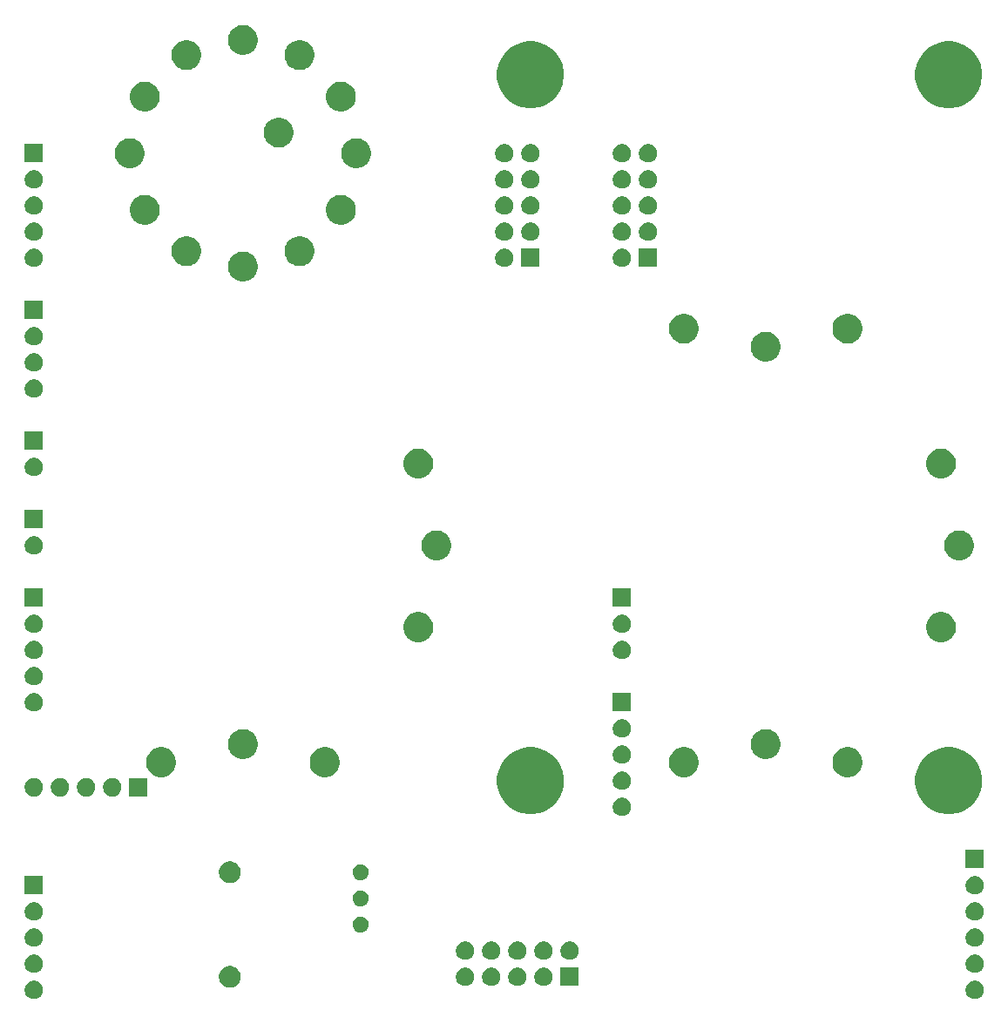
<source format=gbr>
G04 #@! TF.GenerationSoftware,KiCad,Pcbnew,5.1.6-c6e7f7d~86~ubuntu18.04.1*
G04 #@! TF.CreationDate,2020-06-20T10:33:53-04:00*
G04 #@! TF.ProjectId,oscillator_carrier_board,6f736369-6c6c-4617-946f-725f63617272,1*
G04 #@! TF.SameCoordinates,Original*
G04 #@! TF.FileFunction,Soldermask,Top*
G04 #@! TF.FilePolarity,Negative*
%FSLAX46Y46*%
G04 Gerber Fmt 4.6, Leading zero omitted, Abs format (unit mm)*
G04 Created by KiCad (PCBNEW 5.1.6-c6e7f7d~86~ubuntu18.04.1) date 2020-06-20 10:33:53*
%MOMM*%
%LPD*%
G01*
G04 APERTURE LIST*
%ADD10C,0.100000*%
G04 APERTURE END LIST*
D10*
G36*
X196963512Y-145153927D02*
G01*
X197112812Y-145183624D01*
X197276784Y-145251544D01*
X197424354Y-145350147D01*
X197549853Y-145475646D01*
X197648456Y-145623216D01*
X197716376Y-145787188D01*
X197751000Y-145961259D01*
X197751000Y-146138741D01*
X197716376Y-146312812D01*
X197648456Y-146476784D01*
X197549853Y-146624354D01*
X197424354Y-146749853D01*
X197276784Y-146848456D01*
X197112812Y-146916376D01*
X196963512Y-146946073D01*
X196938742Y-146951000D01*
X196761258Y-146951000D01*
X196736488Y-146946073D01*
X196587188Y-146916376D01*
X196423216Y-146848456D01*
X196275646Y-146749853D01*
X196150147Y-146624354D01*
X196051544Y-146476784D01*
X195983624Y-146312812D01*
X195949000Y-146138741D01*
X195949000Y-145961259D01*
X195983624Y-145787188D01*
X196051544Y-145623216D01*
X196150147Y-145475646D01*
X196275646Y-145350147D01*
X196423216Y-145251544D01*
X196587188Y-145183624D01*
X196736488Y-145153927D01*
X196761258Y-145149000D01*
X196938742Y-145149000D01*
X196963512Y-145153927D01*
G37*
G36*
X105523512Y-145153927D02*
G01*
X105672812Y-145183624D01*
X105836784Y-145251544D01*
X105984354Y-145350147D01*
X106109853Y-145475646D01*
X106208456Y-145623216D01*
X106276376Y-145787188D01*
X106311000Y-145961259D01*
X106311000Y-146138741D01*
X106276376Y-146312812D01*
X106208456Y-146476784D01*
X106109853Y-146624354D01*
X105984354Y-146749853D01*
X105836784Y-146848456D01*
X105672812Y-146916376D01*
X105523512Y-146946073D01*
X105498742Y-146951000D01*
X105321258Y-146951000D01*
X105296488Y-146946073D01*
X105147188Y-146916376D01*
X104983216Y-146848456D01*
X104835646Y-146749853D01*
X104710147Y-146624354D01*
X104611544Y-146476784D01*
X104543624Y-146312812D01*
X104509000Y-146138741D01*
X104509000Y-145961259D01*
X104543624Y-145787188D01*
X104611544Y-145623216D01*
X104710147Y-145475646D01*
X104835646Y-145350147D01*
X104983216Y-145251544D01*
X105147188Y-145183624D01*
X105296488Y-145153927D01*
X105321258Y-145149000D01*
X105498742Y-145149000D01*
X105523512Y-145153927D01*
G37*
G36*
X124766564Y-143769389D02*
G01*
X124957833Y-143848615D01*
X124957835Y-143848616D01*
X125129973Y-143963635D01*
X125276365Y-144110027D01*
X125343067Y-144209853D01*
X125391385Y-144282167D01*
X125470611Y-144473436D01*
X125511000Y-144676484D01*
X125511000Y-144883516D01*
X125470611Y-145086564D01*
X125430407Y-145183625D01*
X125391384Y-145277835D01*
X125276365Y-145449973D01*
X125129973Y-145596365D01*
X124957835Y-145711384D01*
X124957834Y-145711385D01*
X124957833Y-145711385D01*
X124766564Y-145790611D01*
X124563516Y-145831000D01*
X124356484Y-145831000D01*
X124153436Y-145790611D01*
X123962167Y-145711385D01*
X123962166Y-145711385D01*
X123962165Y-145711384D01*
X123790027Y-145596365D01*
X123643635Y-145449973D01*
X123528616Y-145277835D01*
X123489593Y-145183625D01*
X123449389Y-145086564D01*
X123409000Y-144883516D01*
X123409000Y-144676484D01*
X123449389Y-144473436D01*
X123528615Y-144282167D01*
X123576934Y-144209853D01*
X123643635Y-144110027D01*
X123790027Y-143963635D01*
X123962165Y-143848616D01*
X123962167Y-143848615D01*
X124153436Y-143769389D01*
X124356484Y-143729000D01*
X124563516Y-143729000D01*
X124766564Y-143769389D01*
G37*
G36*
X158381000Y-145681000D02*
G01*
X156579000Y-145681000D01*
X156579000Y-143879000D01*
X158381000Y-143879000D01*
X158381000Y-145681000D01*
G37*
G36*
X147433512Y-143883927D02*
G01*
X147582812Y-143913624D01*
X147746784Y-143981544D01*
X147894354Y-144080147D01*
X148019853Y-144205646D01*
X148118456Y-144353216D01*
X148186376Y-144517188D01*
X148221000Y-144691259D01*
X148221000Y-144868741D01*
X148186376Y-145042812D01*
X148118456Y-145206784D01*
X148019853Y-145354354D01*
X147894354Y-145479853D01*
X147746784Y-145578456D01*
X147582812Y-145646376D01*
X147433512Y-145676073D01*
X147408742Y-145681000D01*
X147231258Y-145681000D01*
X147206488Y-145676073D01*
X147057188Y-145646376D01*
X146893216Y-145578456D01*
X146745646Y-145479853D01*
X146620147Y-145354354D01*
X146521544Y-145206784D01*
X146453624Y-145042812D01*
X146419000Y-144868741D01*
X146419000Y-144691259D01*
X146453624Y-144517188D01*
X146521544Y-144353216D01*
X146620147Y-144205646D01*
X146745646Y-144080147D01*
X146893216Y-143981544D01*
X147057188Y-143913624D01*
X147206488Y-143883927D01*
X147231258Y-143879000D01*
X147408742Y-143879000D01*
X147433512Y-143883927D01*
G37*
G36*
X149973512Y-143883927D02*
G01*
X150122812Y-143913624D01*
X150286784Y-143981544D01*
X150434354Y-144080147D01*
X150559853Y-144205646D01*
X150658456Y-144353216D01*
X150726376Y-144517188D01*
X150761000Y-144691259D01*
X150761000Y-144868741D01*
X150726376Y-145042812D01*
X150658456Y-145206784D01*
X150559853Y-145354354D01*
X150434354Y-145479853D01*
X150286784Y-145578456D01*
X150122812Y-145646376D01*
X149973512Y-145676073D01*
X149948742Y-145681000D01*
X149771258Y-145681000D01*
X149746488Y-145676073D01*
X149597188Y-145646376D01*
X149433216Y-145578456D01*
X149285646Y-145479853D01*
X149160147Y-145354354D01*
X149061544Y-145206784D01*
X148993624Y-145042812D01*
X148959000Y-144868741D01*
X148959000Y-144691259D01*
X148993624Y-144517188D01*
X149061544Y-144353216D01*
X149160147Y-144205646D01*
X149285646Y-144080147D01*
X149433216Y-143981544D01*
X149597188Y-143913624D01*
X149746488Y-143883927D01*
X149771258Y-143879000D01*
X149948742Y-143879000D01*
X149973512Y-143883927D01*
G37*
G36*
X155053512Y-143883927D02*
G01*
X155202812Y-143913624D01*
X155366784Y-143981544D01*
X155514354Y-144080147D01*
X155639853Y-144205646D01*
X155738456Y-144353216D01*
X155806376Y-144517188D01*
X155841000Y-144691259D01*
X155841000Y-144868741D01*
X155806376Y-145042812D01*
X155738456Y-145206784D01*
X155639853Y-145354354D01*
X155514354Y-145479853D01*
X155366784Y-145578456D01*
X155202812Y-145646376D01*
X155053512Y-145676073D01*
X155028742Y-145681000D01*
X154851258Y-145681000D01*
X154826488Y-145676073D01*
X154677188Y-145646376D01*
X154513216Y-145578456D01*
X154365646Y-145479853D01*
X154240147Y-145354354D01*
X154141544Y-145206784D01*
X154073624Y-145042812D01*
X154039000Y-144868741D01*
X154039000Y-144691259D01*
X154073624Y-144517188D01*
X154141544Y-144353216D01*
X154240147Y-144205646D01*
X154365646Y-144080147D01*
X154513216Y-143981544D01*
X154677188Y-143913624D01*
X154826488Y-143883927D01*
X154851258Y-143879000D01*
X155028742Y-143879000D01*
X155053512Y-143883927D01*
G37*
G36*
X152513512Y-143883927D02*
G01*
X152662812Y-143913624D01*
X152826784Y-143981544D01*
X152974354Y-144080147D01*
X153099853Y-144205646D01*
X153198456Y-144353216D01*
X153266376Y-144517188D01*
X153301000Y-144691259D01*
X153301000Y-144868741D01*
X153266376Y-145042812D01*
X153198456Y-145206784D01*
X153099853Y-145354354D01*
X152974354Y-145479853D01*
X152826784Y-145578456D01*
X152662812Y-145646376D01*
X152513512Y-145676073D01*
X152488742Y-145681000D01*
X152311258Y-145681000D01*
X152286488Y-145676073D01*
X152137188Y-145646376D01*
X151973216Y-145578456D01*
X151825646Y-145479853D01*
X151700147Y-145354354D01*
X151601544Y-145206784D01*
X151533624Y-145042812D01*
X151499000Y-144868741D01*
X151499000Y-144691259D01*
X151533624Y-144517188D01*
X151601544Y-144353216D01*
X151700147Y-144205646D01*
X151825646Y-144080147D01*
X151973216Y-143981544D01*
X152137188Y-143913624D01*
X152286488Y-143883927D01*
X152311258Y-143879000D01*
X152488742Y-143879000D01*
X152513512Y-143883927D01*
G37*
G36*
X105523512Y-142613927D02*
G01*
X105672812Y-142643624D01*
X105836784Y-142711544D01*
X105984354Y-142810147D01*
X106109853Y-142935646D01*
X106208456Y-143083216D01*
X106276376Y-143247188D01*
X106311000Y-143421259D01*
X106311000Y-143598741D01*
X106276376Y-143772812D01*
X106208456Y-143936784D01*
X106109853Y-144084354D01*
X105984354Y-144209853D01*
X105836784Y-144308456D01*
X105672812Y-144376376D01*
X105523512Y-144406073D01*
X105498742Y-144411000D01*
X105321258Y-144411000D01*
X105296488Y-144406073D01*
X105147188Y-144376376D01*
X104983216Y-144308456D01*
X104835646Y-144209853D01*
X104710147Y-144084354D01*
X104611544Y-143936784D01*
X104543624Y-143772812D01*
X104509000Y-143598741D01*
X104509000Y-143421259D01*
X104543624Y-143247188D01*
X104611544Y-143083216D01*
X104710147Y-142935646D01*
X104835646Y-142810147D01*
X104983216Y-142711544D01*
X105147188Y-142643624D01*
X105296488Y-142613927D01*
X105321258Y-142609000D01*
X105498742Y-142609000D01*
X105523512Y-142613927D01*
G37*
G36*
X196963512Y-142613927D02*
G01*
X197112812Y-142643624D01*
X197276784Y-142711544D01*
X197424354Y-142810147D01*
X197549853Y-142935646D01*
X197648456Y-143083216D01*
X197716376Y-143247188D01*
X197751000Y-143421259D01*
X197751000Y-143598741D01*
X197716376Y-143772812D01*
X197648456Y-143936784D01*
X197549853Y-144084354D01*
X197424354Y-144209853D01*
X197276784Y-144308456D01*
X197112812Y-144376376D01*
X196963512Y-144406073D01*
X196938742Y-144411000D01*
X196761258Y-144411000D01*
X196736488Y-144406073D01*
X196587188Y-144376376D01*
X196423216Y-144308456D01*
X196275646Y-144209853D01*
X196150147Y-144084354D01*
X196051544Y-143936784D01*
X195983624Y-143772812D01*
X195949000Y-143598741D01*
X195949000Y-143421259D01*
X195983624Y-143247188D01*
X196051544Y-143083216D01*
X196150147Y-142935646D01*
X196275646Y-142810147D01*
X196423216Y-142711544D01*
X196587188Y-142643624D01*
X196736488Y-142613927D01*
X196761258Y-142609000D01*
X196938742Y-142609000D01*
X196963512Y-142613927D01*
G37*
G36*
X157593512Y-141343927D02*
G01*
X157742812Y-141373624D01*
X157906784Y-141441544D01*
X158054354Y-141540147D01*
X158179853Y-141665646D01*
X158278456Y-141813216D01*
X158346376Y-141977188D01*
X158381000Y-142151259D01*
X158381000Y-142328741D01*
X158346376Y-142502812D01*
X158278456Y-142666784D01*
X158179853Y-142814354D01*
X158054354Y-142939853D01*
X157906784Y-143038456D01*
X157742812Y-143106376D01*
X157593512Y-143136073D01*
X157568742Y-143141000D01*
X157391258Y-143141000D01*
X157366488Y-143136073D01*
X157217188Y-143106376D01*
X157053216Y-143038456D01*
X156905646Y-142939853D01*
X156780147Y-142814354D01*
X156681544Y-142666784D01*
X156613624Y-142502812D01*
X156579000Y-142328741D01*
X156579000Y-142151259D01*
X156613624Y-141977188D01*
X156681544Y-141813216D01*
X156780147Y-141665646D01*
X156905646Y-141540147D01*
X157053216Y-141441544D01*
X157217188Y-141373624D01*
X157366488Y-141343927D01*
X157391258Y-141339000D01*
X157568742Y-141339000D01*
X157593512Y-141343927D01*
G37*
G36*
X155053512Y-141343927D02*
G01*
X155202812Y-141373624D01*
X155366784Y-141441544D01*
X155514354Y-141540147D01*
X155639853Y-141665646D01*
X155738456Y-141813216D01*
X155806376Y-141977188D01*
X155841000Y-142151259D01*
X155841000Y-142328741D01*
X155806376Y-142502812D01*
X155738456Y-142666784D01*
X155639853Y-142814354D01*
X155514354Y-142939853D01*
X155366784Y-143038456D01*
X155202812Y-143106376D01*
X155053512Y-143136073D01*
X155028742Y-143141000D01*
X154851258Y-143141000D01*
X154826488Y-143136073D01*
X154677188Y-143106376D01*
X154513216Y-143038456D01*
X154365646Y-142939853D01*
X154240147Y-142814354D01*
X154141544Y-142666784D01*
X154073624Y-142502812D01*
X154039000Y-142328741D01*
X154039000Y-142151259D01*
X154073624Y-141977188D01*
X154141544Y-141813216D01*
X154240147Y-141665646D01*
X154365646Y-141540147D01*
X154513216Y-141441544D01*
X154677188Y-141373624D01*
X154826488Y-141343927D01*
X154851258Y-141339000D01*
X155028742Y-141339000D01*
X155053512Y-141343927D01*
G37*
G36*
X152513512Y-141343927D02*
G01*
X152662812Y-141373624D01*
X152826784Y-141441544D01*
X152974354Y-141540147D01*
X153099853Y-141665646D01*
X153198456Y-141813216D01*
X153266376Y-141977188D01*
X153301000Y-142151259D01*
X153301000Y-142328741D01*
X153266376Y-142502812D01*
X153198456Y-142666784D01*
X153099853Y-142814354D01*
X152974354Y-142939853D01*
X152826784Y-143038456D01*
X152662812Y-143106376D01*
X152513512Y-143136073D01*
X152488742Y-143141000D01*
X152311258Y-143141000D01*
X152286488Y-143136073D01*
X152137188Y-143106376D01*
X151973216Y-143038456D01*
X151825646Y-142939853D01*
X151700147Y-142814354D01*
X151601544Y-142666784D01*
X151533624Y-142502812D01*
X151499000Y-142328741D01*
X151499000Y-142151259D01*
X151533624Y-141977188D01*
X151601544Y-141813216D01*
X151700147Y-141665646D01*
X151825646Y-141540147D01*
X151973216Y-141441544D01*
X152137188Y-141373624D01*
X152286488Y-141343927D01*
X152311258Y-141339000D01*
X152488742Y-141339000D01*
X152513512Y-141343927D01*
G37*
G36*
X149973512Y-141343927D02*
G01*
X150122812Y-141373624D01*
X150286784Y-141441544D01*
X150434354Y-141540147D01*
X150559853Y-141665646D01*
X150658456Y-141813216D01*
X150726376Y-141977188D01*
X150761000Y-142151259D01*
X150761000Y-142328741D01*
X150726376Y-142502812D01*
X150658456Y-142666784D01*
X150559853Y-142814354D01*
X150434354Y-142939853D01*
X150286784Y-143038456D01*
X150122812Y-143106376D01*
X149973512Y-143136073D01*
X149948742Y-143141000D01*
X149771258Y-143141000D01*
X149746488Y-143136073D01*
X149597188Y-143106376D01*
X149433216Y-143038456D01*
X149285646Y-142939853D01*
X149160147Y-142814354D01*
X149061544Y-142666784D01*
X148993624Y-142502812D01*
X148959000Y-142328741D01*
X148959000Y-142151259D01*
X148993624Y-141977188D01*
X149061544Y-141813216D01*
X149160147Y-141665646D01*
X149285646Y-141540147D01*
X149433216Y-141441544D01*
X149597188Y-141373624D01*
X149746488Y-141343927D01*
X149771258Y-141339000D01*
X149948742Y-141339000D01*
X149973512Y-141343927D01*
G37*
G36*
X147433512Y-141343927D02*
G01*
X147582812Y-141373624D01*
X147746784Y-141441544D01*
X147894354Y-141540147D01*
X148019853Y-141665646D01*
X148118456Y-141813216D01*
X148186376Y-141977188D01*
X148221000Y-142151259D01*
X148221000Y-142328741D01*
X148186376Y-142502812D01*
X148118456Y-142666784D01*
X148019853Y-142814354D01*
X147894354Y-142939853D01*
X147746784Y-143038456D01*
X147582812Y-143106376D01*
X147433512Y-143136073D01*
X147408742Y-143141000D01*
X147231258Y-143141000D01*
X147206488Y-143136073D01*
X147057188Y-143106376D01*
X146893216Y-143038456D01*
X146745646Y-142939853D01*
X146620147Y-142814354D01*
X146521544Y-142666784D01*
X146453624Y-142502812D01*
X146419000Y-142328741D01*
X146419000Y-142151259D01*
X146453624Y-141977188D01*
X146521544Y-141813216D01*
X146620147Y-141665646D01*
X146745646Y-141540147D01*
X146893216Y-141441544D01*
X147057188Y-141373624D01*
X147206488Y-141343927D01*
X147231258Y-141339000D01*
X147408742Y-141339000D01*
X147433512Y-141343927D01*
G37*
G36*
X105523512Y-140073927D02*
G01*
X105672812Y-140103624D01*
X105836784Y-140171544D01*
X105984354Y-140270147D01*
X106109853Y-140395646D01*
X106208456Y-140543216D01*
X106276376Y-140707188D01*
X106311000Y-140881259D01*
X106311000Y-141058741D01*
X106276376Y-141232812D01*
X106208456Y-141396784D01*
X106109853Y-141544354D01*
X105984354Y-141669853D01*
X105836784Y-141768456D01*
X105672812Y-141836376D01*
X105523512Y-141866073D01*
X105498742Y-141871000D01*
X105321258Y-141871000D01*
X105296488Y-141866073D01*
X105147188Y-141836376D01*
X104983216Y-141768456D01*
X104835646Y-141669853D01*
X104710147Y-141544354D01*
X104611544Y-141396784D01*
X104543624Y-141232812D01*
X104509000Y-141058741D01*
X104509000Y-140881259D01*
X104543624Y-140707188D01*
X104611544Y-140543216D01*
X104710147Y-140395646D01*
X104835646Y-140270147D01*
X104983216Y-140171544D01*
X105147188Y-140103624D01*
X105296488Y-140073927D01*
X105321258Y-140069000D01*
X105498742Y-140069000D01*
X105523512Y-140073927D01*
G37*
G36*
X196963512Y-140073927D02*
G01*
X197112812Y-140103624D01*
X197276784Y-140171544D01*
X197424354Y-140270147D01*
X197549853Y-140395646D01*
X197648456Y-140543216D01*
X197716376Y-140707188D01*
X197751000Y-140881259D01*
X197751000Y-141058741D01*
X197716376Y-141232812D01*
X197648456Y-141396784D01*
X197549853Y-141544354D01*
X197424354Y-141669853D01*
X197276784Y-141768456D01*
X197112812Y-141836376D01*
X196963512Y-141866073D01*
X196938742Y-141871000D01*
X196761258Y-141871000D01*
X196736488Y-141866073D01*
X196587188Y-141836376D01*
X196423216Y-141768456D01*
X196275646Y-141669853D01*
X196150147Y-141544354D01*
X196051544Y-141396784D01*
X195983624Y-141232812D01*
X195949000Y-141058741D01*
X195949000Y-140881259D01*
X195983624Y-140707188D01*
X196051544Y-140543216D01*
X196150147Y-140395646D01*
X196275646Y-140270147D01*
X196423216Y-140171544D01*
X196587188Y-140103624D01*
X196736488Y-140073927D01*
X196761258Y-140069000D01*
X196938742Y-140069000D01*
X196963512Y-140073927D01*
G37*
G36*
X137285589Y-138938876D02*
G01*
X137384893Y-138958629D01*
X137525206Y-139016748D01*
X137651484Y-139101125D01*
X137758875Y-139208516D01*
X137843252Y-139334794D01*
X137901371Y-139475107D01*
X137931000Y-139624063D01*
X137931000Y-139775937D01*
X137901371Y-139924893D01*
X137843252Y-140065206D01*
X137758875Y-140191484D01*
X137651484Y-140298875D01*
X137525206Y-140383252D01*
X137384893Y-140441371D01*
X137285589Y-140461124D01*
X137235938Y-140471000D01*
X137084062Y-140471000D01*
X137034411Y-140461124D01*
X136935107Y-140441371D01*
X136794794Y-140383252D01*
X136668516Y-140298875D01*
X136561125Y-140191484D01*
X136476748Y-140065206D01*
X136418629Y-139924893D01*
X136389000Y-139775937D01*
X136389000Y-139624063D01*
X136418629Y-139475107D01*
X136476748Y-139334794D01*
X136561125Y-139208516D01*
X136668516Y-139101125D01*
X136794794Y-139016748D01*
X136935107Y-138958629D01*
X137034411Y-138938876D01*
X137084062Y-138929000D01*
X137235938Y-138929000D01*
X137285589Y-138938876D01*
G37*
G36*
X105523512Y-137533927D02*
G01*
X105672812Y-137563624D01*
X105836784Y-137631544D01*
X105984354Y-137730147D01*
X106109853Y-137855646D01*
X106208456Y-138003216D01*
X106276376Y-138167188D01*
X106311000Y-138341259D01*
X106311000Y-138518741D01*
X106276376Y-138692812D01*
X106208456Y-138856784D01*
X106109853Y-139004354D01*
X105984354Y-139129853D01*
X105836784Y-139228456D01*
X105672812Y-139296376D01*
X105523512Y-139326073D01*
X105498742Y-139331000D01*
X105321258Y-139331000D01*
X105296488Y-139326073D01*
X105147188Y-139296376D01*
X104983216Y-139228456D01*
X104835646Y-139129853D01*
X104710147Y-139004354D01*
X104611544Y-138856784D01*
X104543624Y-138692812D01*
X104509000Y-138518741D01*
X104509000Y-138341259D01*
X104543624Y-138167188D01*
X104611544Y-138003216D01*
X104710147Y-137855646D01*
X104835646Y-137730147D01*
X104983216Y-137631544D01*
X105147188Y-137563624D01*
X105296488Y-137533927D01*
X105321258Y-137529000D01*
X105498742Y-137529000D01*
X105523512Y-137533927D01*
G37*
G36*
X196963512Y-137533927D02*
G01*
X197112812Y-137563624D01*
X197276784Y-137631544D01*
X197424354Y-137730147D01*
X197549853Y-137855646D01*
X197648456Y-138003216D01*
X197716376Y-138167188D01*
X197751000Y-138341259D01*
X197751000Y-138518741D01*
X197716376Y-138692812D01*
X197648456Y-138856784D01*
X197549853Y-139004354D01*
X197424354Y-139129853D01*
X197276784Y-139228456D01*
X197112812Y-139296376D01*
X196963512Y-139326073D01*
X196938742Y-139331000D01*
X196761258Y-139331000D01*
X196736488Y-139326073D01*
X196587188Y-139296376D01*
X196423216Y-139228456D01*
X196275646Y-139129853D01*
X196150147Y-139004354D01*
X196051544Y-138856784D01*
X195983624Y-138692812D01*
X195949000Y-138518741D01*
X195949000Y-138341259D01*
X195983624Y-138167188D01*
X196051544Y-138003216D01*
X196150147Y-137855646D01*
X196275646Y-137730147D01*
X196423216Y-137631544D01*
X196587188Y-137563624D01*
X196736488Y-137533927D01*
X196761258Y-137529000D01*
X196938742Y-137529000D01*
X196963512Y-137533927D01*
G37*
G36*
X137285589Y-136398876D02*
G01*
X137384893Y-136418629D01*
X137525206Y-136476748D01*
X137651484Y-136561125D01*
X137758875Y-136668516D01*
X137843252Y-136794794D01*
X137901371Y-136935107D01*
X137931000Y-137084063D01*
X137931000Y-137235937D01*
X137901371Y-137384893D01*
X137843252Y-137525206D01*
X137758875Y-137651484D01*
X137651484Y-137758875D01*
X137525206Y-137843252D01*
X137384893Y-137901371D01*
X137285589Y-137921124D01*
X137235938Y-137931000D01*
X137084062Y-137931000D01*
X137034411Y-137921124D01*
X136935107Y-137901371D01*
X136794794Y-137843252D01*
X136668516Y-137758875D01*
X136561125Y-137651484D01*
X136476748Y-137525206D01*
X136418629Y-137384893D01*
X136389000Y-137235937D01*
X136389000Y-137084063D01*
X136418629Y-136935107D01*
X136476748Y-136794794D01*
X136561125Y-136668516D01*
X136668516Y-136561125D01*
X136794794Y-136476748D01*
X136935107Y-136418629D01*
X137034411Y-136398876D01*
X137084062Y-136389000D01*
X137235938Y-136389000D01*
X137285589Y-136398876D01*
G37*
G36*
X196963512Y-134993927D02*
G01*
X197112812Y-135023624D01*
X197276784Y-135091544D01*
X197424354Y-135190147D01*
X197549853Y-135315646D01*
X197648456Y-135463216D01*
X197716376Y-135627188D01*
X197751000Y-135801259D01*
X197751000Y-135978741D01*
X197716376Y-136152812D01*
X197648456Y-136316784D01*
X197549853Y-136464354D01*
X197424354Y-136589853D01*
X197276784Y-136688456D01*
X197112812Y-136756376D01*
X196963512Y-136786073D01*
X196938742Y-136791000D01*
X196761258Y-136791000D01*
X196736488Y-136786073D01*
X196587188Y-136756376D01*
X196423216Y-136688456D01*
X196275646Y-136589853D01*
X196150147Y-136464354D01*
X196051544Y-136316784D01*
X195983624Y-136152812D01*
X195949000Y-135978741D01*
X195949000Y-135801259D01*
X195983624Y-135627188D01*
X196051544Y-135463216D01*
X196150147Y-135315646D01*
X196275646Y-135190147D01*
X196423216Y-135091544D01*
X196587188Y-135023624D01*
X196736488Y-134993927D01*
X196761258Y-134989000D01*
X196938742Y-134989000D01*
X196963512Y-134993927D01*
G37*
G36*
X106311000Y-136791000D02*
G01*
X104509000Y-136791000D01*
X104509000Y-134989000D01*
X106311000Y-134989000D01*
X106311000Y-136791000D01*
G37*
G36*
X124766564Y-133609389D02*
G01*
X124957833Y-133688615D01*
X124957835Y-133688616D01*
X125129973Y-133803635D01*
X125276365Y-133950027D01*
X125391385Y-134122167D01*
X125470611Y-134313436D01*
X125511000Y-134516484D01*
X125511000Y-134723516D01*
X125470611Y-134926564D01*
X125430407Y-135023625D01*
X125391384Y-135117835D01*
X125276365Y-135289973D01*
X125129973Y-135436365D01*
X124957835Y-135551384D01*
X124957834Y-135551385D01*
X124957833Y-135551385D01*
X124766564Y-135630611D01*
X124563516Y-135671000D01*
X124356484Y-135671000D01*
X124153436Y-135630611D01*
X123962167Y-135551385D01*
X123962166Y-135551385D01*
X123962165Y-135551384D01*
X123790027Y-135436365D01*
X123643635Y-135289973D01*
X123528616Y-135117835D01*
X123489593Y-135023625D01*
X123449389Y-134926564D01*
X123409000Y-134723516D01*
X123409000Y-134516484D01*
X123449389Y-134313436D01*
X123528615Y-134122167D01*
X123643635Y-133950027D01*
X123790027Y-133803635D01*
X123962165Y-133688616D01*
X123962167Y-133688615D01*
X124153436Y-133609389D01*
X124356484Y-133569000D01*
X124563516Y-133569000D01*
X124766564Y-133609389D01*
G37*
G36*
X137285589Y-133858876D02*
G01*
X137384893Y-133878629D01*
X137525206Y-133936748D01*
X137651484Y-134021125D01*
X137758875Y-134128516D01*
X137843252Y-134254794D01*
X137901371Y-134395107D01*
X137931000Y-134544063D01*
X137931000Y-134695937D01*
X137901371Y-134844893D01*
X137843252Y-134985206D01*
X137758875Y-135111484D01*
X137651484Y-135218875D01*
X137525206Y-135303252D01*
X137384893Y-135361371D01*
X137285589Y-135381124D01*
X137235938Y-135391000D01*
X137084062Y-135391000D01*
X137034411Y-135381124D01*
X136935107Y-135361371D01*
X136794794Y-135303252D01*
X136668516Y-135218875D01*
X136561125Y-135111484D01*
X136476748Y-134985206D01*
X136418629Y-134844893D01*
X136389000Y-134695937D01*
X136389000Y-134544063D01*
X136418629Y-134395107D01*
X136476748Y-134254794D01*
X136561125Y-134128516D01*
X136668516Y-134021125D01*
X136794794Y-133936748D01*
X136935107Y-133878629D01*
X137034411Y-133858876D01*
X137084062Y-133849000D01*
X137235938Y-133849000D01*
X137285589Y-133858876D01*
G37*
G36*
X197751000Y-134251000D02*
G01*
X195949000Y-134251000D01*
X195949000Y-132449000D01*
X197751000Y-132449000D01*
X197751000Y-134251000D01*
G37*
G36*
X162673512Y-127373927D02*
G01*
X162822812Y-127403624D01*
X162986784Y-127471544D01*
X163134354Y-127570147D01*
X163259853Y-127695646D01*
X163358456Y-127843216D01*
X163426376Y-128007188D01*
X163461000Y-128181259D01*
X163461000Y-128358741D01*
X163426376Y-128532812D01*
X163358456Y-128696784D01*
X163259853Y-128844354D01*
X163134354Y-128969853D01*
X162986784Y-129068456D01*
X162822812Y-129136376D01*
X162673512Y-129166073D01*
X162648742Y-129171000D01*
X162471258Y-129171000D01*
X162446488Y-129166073D01*
X162297188Y-129136376D01*
X162133216Y-129068456D01*
X161985646Y-128969853D01*
X161860147Y-128844354D01*
X161761544Y-128696784D01*
X161693624Y-128532812D01*
X161659000Y-128358741D01*
X161659000Y-128181259D01*
X161693624Y-128007188D01*
X161761544Y-127843216D01*
X161860147Y-127695646D01*
X161985646Y-127570147D01*
X162133216Y-127471544D01*
X162297188Y-127403624D01*
X162446488Y-127373927D01*
X162471258Y-127369000D01*
X162648742Y-127369000D01*
X162673512Y-127373927D01*
G37*
G36*
X154277609Y-122536170D02*
G01*
X154618282Y-122603934D01*
X155209926Y-122849001D01*
X155742392Y-123204784D01*
X156195216Y-123657608D01*
X156550999Y-124190074D01*
X156728548Y-124618716D01*
X156796066Y-124781719D01*
X156921000Y-125409803D01*
X156921000Y-126050197D01*
X156876033Y-126276259D01*
X156796066Y-126678282D01*
X156550999Y-127269926D01*
X156195216Y-127802392D01*
X155742392Y-128255216D01*
X155209926Y-128610999D01*
X154618282Y-128856066D01*
X154304239Y-128918533D01*
X153990197Y-128981000D01*
X153349803Y-128981000D01*
X153035761Y-128918533D01*
X152721718Y-128856066D01*
X152130074Y-128610999D01*
X151597608Y-128255216D01*
X151144784Y-127802392D01*
X150789001Y-127269926D01*
X150543934Y-126678282D01*
X150463967Y-126276259D01*
X150419000Y-126050197D01*
X150419000Y-125409803D01*
X150543934Y-124781719D01*
X150611452Y-124618716D01*
X150789001Y-124190074D01*
X151144784Y-123657608D01*
X151597608Y-123204784D01*
X152130074Y-122849001D01*
X152721718Y-122603934D01*
X153062391Y-122536170D01*
X153349803Y-122479000D01*
X153990197Y-122479000D01*
X154277609Y-122536170D01*
G37*
G36*
X194917609Y-122536170D02*
G01*
X195258282Y-122603934D01*
X195849926Y-122849001D01*
X196382392Y-123204784D01*
X196835216Y-123657608D01*
X197190999Y-124190074D01*
X197368548Y-124618716D01*
X197436066Y-124781719D01*
X197561000Y-125409803D01*
X197561000Y-126050197D01*
X197516033Y-126276259D01*
X197436066Y-126678282D01*
X197190999Y-127269926D01*
X196835216Y-127802392D01*
X196382392Y-128255216D01*
X195849926Y-128610999D01*
X195258282Y-128856066D01*
X194944239Y-128918533D01*
X194630197Y-128981000D01*
X193989803Y-128981000D01*
X193675761Y-128918533D01*
X193361718Y-128856066D01*
X192770074Y-128610999D01*
X192237608Y-128255216D01*
X191784784Y-127802392D01*
X191429001Y-127269926D01*
X191183934Y-126678282D01*
X191103967Y-126276259D01*
X191059000Y-126050197D01*
X191059000Y-125409803D01*
X191183934Y-124781719D01*
X191251452Y-124618716D01*
X191429001Y-124190074D01*
X191784784Y-123657608D01*
X192237608Y-123204784D01*
X192770074Y-122849001D01*
X193361718Y-122603934D01*
X193702391Y-122536170D01*
X193989803Y-122479000D01*
X194630197Y-122479000D01*
X194917609Y-122536170D01*
G37*
G36*
X113134769Y-125467188D02*
G01*
X113292812Y-125498624D01*
X113456784Y-125566544D01*
X113604354Y-125665147D01*
X113729853Y-125790646D01*
X113828456Y-125938216D01*
X113896376Y-126102188D01*
X113931000Y-126276259D01*
X113931000Y-126453741D01*
X113896376Y-126627812D01*
X113828456Y-126791784D01*
X113729853Y-126939354D01*
X113604354Y-127064853D01*
X113456784Y-127163456D01*
X113292812Y-127231376D01*
X113143512Y-127261073D01*
X113118742Y-127266000D01*
X112941258Y-127266000D01*
X112916488Y-127261073D01*
X112767188Y-127231376D01*
X112603216Y-127163456D01*
X112455646Y-127064853D01*
X112330147Y-126939354D01*
X112231544Y-126791784D01*
X112163624Y-126627812D01*
X112129000Y-126453741D01*
X112129000Y-126276259D01*
X112163624Y-126102188D01*
X112231544Y-125938216D01*
X112330147Y-125790646D01*
X112455646Y-125665147D01*
X112603216Y-125566544D01*
X112767188Y-125498624D01*
X112925231Y-125467188D01*
X112941258Y-125464000D01*
X113118742Y-125464000D01*
X113134769Y-125467188D01*
G37*
G36*
X105514769Y-125467188D02*
G01*
X105672812Y-125498624D01*
X105836784Y-125566544D01*
X105984354Y-125665147D01*
X106109853Y-125790646D01*
X106208456Y-125938216D01*
X106276376Y-126102188D01*
X106311000Y-126276259D01*
X106311000Y-126453741D01*
X106276376Y-126627812D01*
X106208456Y-126791784D01*
X106109853Y-126939354D01*
X105984354Y-127064853D01*
X105836784Y-127163456D01*
X105672812Y-127231376D01*
X105523512Y-127261073D01*
X105498742Y-127266000D01*
X105321258Y-127266000D01*
X105296488Y-127261073D01*
X105147188Y-127231376D01*
X104983216Y-127163456D01*
X104835646Y-127064853D01*
X104710147Y-126939354D01*
X104611544Y-126791784D01*
X104543624Y-126627812D01*
X104509000Y-126453741D01*
X104509000Y-126276259D01*
X104543624Y-126102188D01*
X104611544Y-125938216D01*
X104710147Y-125790646D01*
X104835646Y-125665147D01*
X104983216Y-125566544D01*
X105147188Y-125498624D01*
X105305231Y-125467188D01*
X105321258Y-125464000D01*
X105498742Y-125464000D01*
X105514769Y-125467188D01*
G37*
G36*
X108054769Y-125467188D02*
G01*
X108212812Y-125498624D01*
X108376784Y-125566544D01*
X108524354Y-125665147D01*
X108649853Y-125790646D01*
X108748456Y-125938216D01*
X108816376Y-126102188D01*
X108851000Y-126276259D01*
X108851000Y-126453741D01*
X108816376Y-126627812D01*
X108748456Y-126791784D01*
X108649853Y-126939354D01*
X108524354Y-127064853D01*
X108376784Y-127163456D01*
X108212812Y-127231376D01*
X108063512Y-127261073D01*
X108038742Y-127266000D01*
X107861258Y-127266000D01*
X107836488Y-127261073D01*
X107687188Y-127231376D01*
X107523216Y-127163456D01*
X107375646Y-127064853D01*
X107250147Y-126939354D01*
X107151544Y-126791784D01*
X107083624Y-126627812D01*
X107049000Y-126453741D01*
X107049000Y-126276259D01*
X107083624Y-126102188D01*
X107151544Y-125938216D01*
X107250147Y-125790646D01*
X107375646Y-125665147D01*
X107523216Y-125566544D01*
X107687188Y-125498624D01*
X107845231Y-125467188D01*
X107861258Y-125464000D01*
X108038742Y-125464000D01*
X108054769Y-125467188D01*
G37*
G36*
X110594769Y-125467188D02*
G01*
X110752812Y-125498624D01*
X110916784Y-125566544D01*
X111064354Y-125665147D01*
X111189853Y-125790646D01*
X111288456Y-125938216D01*
X111356376Y-126102188D01*
X111391000Y-126276259D01*
X111391000Y-126453741D01*
X111356376Y-126627812D01*
X111288456Y-126791784D01*
X111189853Y-126939354D01*
X111064354Y-127064853D01*
X110916784Y-127163456D01*
X110752812Y-127231376D01*
X110603512Y-127261073D01*
X110578742Y-127266000D01*
X110401258Y-127266000D01*
X110376488Y-127261073D01*
X110227188Y-127231376D01*
X110063216Y-127163456D01*
X109915646Y-127064853D01*
X109790147Y-126939354D01*
X109691544Y-126791784D01*
X109623624Y-126627812D01*
X109589000Y-126453741D01*
X109589000Y-126276259D01*
X109623624Y-126102188D01*
X109691544Y-125938216D01*
X109790147Y-125790646D01*
X109915646Y-125665147D01*
X110063216Y-125566544D01*
X110227188Y-125498624D01*
X110385231Y-125467188D01*
X110401258Y-125464000D01*
X110578742Y-125464000D01*
X110594769Y-125467188D01*
G37*
G36*
X116471000Y-127266000D02*
G01*
X114669000Y-127266000D01*
X114669000Y-125464000D01*
X116471000Y-125464000D01*
X116471000Y-127266000D01*
G37*
G36*
X162673512Y-124833927D02*
G01*
X162822812Y-124863624D01*
X162986784Y-124931544D01*
X163134354Y-125030147D01*
X163259853Y-125155646D01*
X163358456Y-125303216D01*
X163426376Y-125467188D01*
X163461000Y-125641259D01*
X163461000Y-125818741D01*
X163426376Y-125992812D01*
X163358456Y-126156784D01*
X163259853Y-126304354D01*
X163134354Y-126429853D01*
X162986784Y-126528456D01*
X162822812Y-126596376D01*
X162673512Y-126626073D01*
X162648742Y-126631000D01*
X162471258Y-126631000D01*
X162446488Y-126626073D01*
X162297188Y-126596376D01*
X162133216Y-126528456D01*
X161985646Y-126429853D01*
X161860147Y-126304354D01*
X161761544Y-126156784D01*
X161693624Y-125992812D01*
X161659000Y-125818741D01*
X161659000Y-125641259D01*
X161693624Y-125467188D01*
X161761544Y-125303216D01*
X161860147Y-125155646D01*
X161985646Y-125030147D01*
X162133216Y-124931544D01*
X162297188Y-124863624D01*
X162446488Y-124833927D01*
X162471258Y-124829000D01*
X162648742Y-124829000D01*
X162673512Y-124833927D01*
G37*
G36*
X184898464Y-122536170D02*
G01*
X185162528Y-122645549D01*
X185400181Y-122804344D01*
X185602289Y-123006452D01*
X185761084Y-123244105D01*
X185870463Y-123508169D01*
X185926223Y-123788498D01*
X185926223Y-124074322D01*
X185870463Y-124354651D01*
X185761084Y-124618715D01*
X185602289Y-124856368D01*
X185400181Y-125058476D01*
X185162528Y-125217271D01*
X184898464Y-125326650D01*
X184618135Y-125382410D01*
X184332311Y-125382410D01*
X184051982Y-125326650D01*
X183787918Y-125217271D01*
X183550265Y-125058476D01*
X183348157Y-124856368D01*
X183189362Y-124618715D01*
X183079983Y-124354651D01*
X183024223Y-124074322D01*
X183024223Y-123788498D01*
X183079983Y-123508169D01*
X183189362Y-123244105D01*
X183348157Y-123006452D01*
X183550265Y-122804344D01*
X183787918Y-122645549D01*
X184051982Y-122536170D01*
X184332311Y-122480410D01*
X184618135Y-122480410D01*
X184898464Y-122536170D01*
G37*
G36*
X118208018Y-122536170D02*
G01*
X118472082Y-122645549D01*
X118709735Y-122804344D01*
X118911843Y-123006452D01*
X119070638Y-123244105D01*
X119180017Y-123508169D01*
X119235777Y-123788498D01*
X119235777Y-124074322D01*
X119180017Y-124354651D01*
X119070638Y-124618715D01*
X118911843Y-124856368D01*
X118709735Y-125058476D01*
X118472082Y-125217271D01*
X118208018Y-125326650D01*
X117927689Y-125382410D01*
X117641865Y-125382410D01*
X117361536Y-125326650D01*
X117097472Y-125217271D01*
X116859819Y-125058476D01*
X116657711Y-124856368D01*
X116498916Y-124618715D01*
X116389537Y-124354651D01*
X116333777Y-124074322D01*
X116333777Y-123788498D01*
X116389537Y-123508169D01*
X116498916Y-123244105D01*
X116657711Y-123006452D01*
X116859819Y-122804344D01*
X117097472Y-122645549D01*
X117361536Y-122536170D01*
X117641865Y-122480410D01*
X117927689Y-122480410D01*
X118208018Y-122536170D01*
G37*
G36*
X134098464Y-122536170D02*
G01*
X134362528Y-122645549D01*
X134600181Y-122804344D01*
X134802289Y-123006452D01*
X134961084Y-123244105D01*
X135070463Y-123508169D01*
X135126223Y-123788498D01*
X135126223Y-124074322D01*
X135070463Y-124354651D01*
X134961084Y-124618715D01*
X134802289Y-124856368D01*
X134600181Y-125058476D01*
X134362528Y-125217271D01*
X134098464Y-125326650D01*
X133818135Y-125382410D01*
X133532311Y-125382410D01*
X133251982Y-125326650D01*
X132987918Y-125217271D01*
X132750265Y-125058476D01*
X132548157Y-124856368D01*
X132389362Y-124618715D01*
X132279983Y-124354651D01*
X132224223Y-124074322D01*
X132224223Y-123788498D01*
X132279983Y-123508169D01*
X132389362Y-123244105D01*
X132548157Y-123006452D01*
X132750265Y-122804344D01*
X132987918Y-122645549D01*
X133251982Y-122536170D01*
X133532311Y-122480410D01*
X133818135Y-122480410D01*
X134098464Y-122536170D01*
G37*
G36*
X169008018Y-122536170D02*
G01*
X169272082Y-122645549D01*
X169509735Y-122804344D01*
X169711843Y-123006452D01*
X169870638Y-123244105D01*
X169980017Y-123508169D01*
X170035777Y-123788498D01*
X170035777Y-124074322D01*
X169980017Y-124354651D01*
X169870638Y-124618715D01*
X169711843Y-124856368D01*
X169509735Y-125058476D01*
X169272082Y-125217271D01*
X169008018Y-125326650D01*
X168727689Y-125382410D01*
X168441865Y-125382410D01*
X168161536Y-125326650D01*
X167897472Y-125217271D01*
X167659819Y-125058476D01*
X167457711Y-124856368D01*
X167298916Y-124618715D01*
X167189537Y-124354651D01*
X167133777Y-124074322D01*
X167133777Y-123788498D01*
X167189537Y-123508169D01*
X167298916Y-123244105D01*
X167457711Y-123006452D01*
X167659819Y-122804344D01*
X167897472Y-122645549D01*
X168161536Y-122536170D01*
X168441865Y-122480410D01*
X168727689Y-122480410D01*
X169008018Y-122536170D01*
G37*
G36*
X162673512Y-122293927D02*
G01*
X162822812Y-122323624D01*
X162986784Y-122391544D01*
X163134354Y-122490147D01*
X163259853Y-122615646D01*
X163358456Y-122763216D01*
X163426376Y-122927188D01*
X163461000Y-123101259D01*
X163461000Y-123278741D01*
X163426376Y-123452812D01*
X163358456Y-123616784D01*
X163259853Y-123764354D01*
X163134354Y-123889853D01*
X162986784Y-123988456D01*
X162822812Y-124056376D01*
X162673512Y-124086073D01*
X162648742Y-124091000D01*
X162471258Y-124091000D01*
X162446488Y-124086073D01*
X162297188Y-124056376D01*
X162133216Y-123988456D01*
X161985646Y-123889853D01*
X161860147Y-123764354D01*
X161761544Y-123616784D01*
X161693624Y-123452812D01*
X161659000Y-123278741D01*
X161659000Y-123101259D01*
X161693624Y-122927188D01*
X161761544Y-122763216D01*
X161860147Y-122615646D01*
X161985646Y-122490147D01*
X162133216Y-122391544D01*
X162297188Y-122323624D01*
X162446488Y-122293927D01*
X162471258Y-122289000D01*
X162648742Y-122289000D01*
X162673512Y-122293927D01*
G37*
G36*
X126153241Y-120774760D02*
G01*
X126417305Y-120884139D01*
X126654958Y-121042934D01*
X126857066Y-121245042D01*
X127015861Y-121482695D01*
X127125240Y-121746759D01*
X127181000Y-122027088D01*
X127181000Y-122312912D01*
X127125240Y-122593241D01*
X127015861Y-122857305D01*
X126857066Y-123094958D01*
X126654958Y-123297066D01*
X126417305Y-123455861D01*
X126153241Y-123565240D01*
X125872912Y-123621000D01*
X125587088Y-123621000D01*
X125306759Y-123565240D01*
X125042695Y-123455861D01*
X124805042Y-123297066D01*
X124602934Y-123094958D01*
X124444139Y-122857305D01*
X124334760Y-122593241D01*
X124279000Y-122312912D01*
X124279000Y-122027088D01*
X124334760Y-121746759D01*
X124444139Y-121482695D01*
X124602934Y-121245042D01*
X124805042Y-121042934D01*
X125042695Y-120884139D01*
X125306759Y-120774760D01*
X125587088Y-120719000D01*
X125872912Y-120719000D01*
X126153241Y-120774760D01*
G37*
G36*
X176953241Y-120774760D02*
G01*
X177217305Y-120884139D01*
X177454958Y-121042934D01*
X177657066Y-121245042D01*
X177815861Y-121482695D01*
X177925240Y-121746759D01*
X177981000Y-122027088D01*
X177981000Y-122312912D01*
X177925240Y-122593241D01*
X177815861Y-122857305D01*
X177657066Y-123094958D01*
X177454958Y-123297066D01*
X177217305Y-123455861D01*
X176953241Y-123565240D01*
X176672912Y-123621000D01*
X176387088Y-123621000D01*
X176106759Y-123565240D01*
X175842695Y-123455861D01*
X175605042Y-123297066D01*
X175402934Y-123094958D01*
X175244139Y-122857305D01*
X175134760Y-122593241D01*
X175079000Y-122312912D01*
X175079000Y-122027088D01*
X175134760Y-121746759D01*
X175244139Y-121482695D01*
X175402934Y-121245042D01*
X175605042Y-121042934D01*
X175842695Y-120884139D01*
X176106759Y-120774760D01*
X176387088Y-120719000D01*
X176672912Y-120719000D01*
X176953241Y-120774760D01*
G37*
G36*
X162673512Y-119753927D02*
G01*
X162822812Y-119783624D01*
X162986784Y-119851544D01*
X163134354Y-119950147D01*
X163259853Y-120075646D01*
X163358456Y-120223216D01*
X163426376Y-120387188D01*
X163461000Y-120561259D01*
X163461000Y-120738741D01*
X163426376Y-120912812D01*
X163358456Y-121076784D01*
X163259853Y-121224354D01*
X163134354Y-121349853D01*
X162986784Y-121448456D01*
X162822812Y-121516376D01*
X162673512Y-121546073D01*
X162648742Y-121551000D01*
X162471258Y-121551000D01*
X162446488Y-121546073D01*
X162297188Y-121516376D01*
X162133216Y-121448456D01*
X161985646Y-121349853D01*
X161860147Y-121224354D01*
X161761544Y-121076784D01*
X161693624Y-120912812D01*
X161659000Y-120738741D01*
X161659000Y-120561259D01*
X161693624Y-120387188D01*
X161761544Y-120223216D01*
X161860147Y-120075646D01*
X161985646Y-119950147D01*
X162133216Y-119851544D01*
X162297188Y-119783624D01*
X162446488Y-119753927D01*
X162471258Y-119749000D01*
X162648742Y-119749000D01*
X162673512Y-119753927D01*
G37*
G36*
X105523512Y-117213927D02*
G01*
X105672812Y-117243624D01*
X105836784Y-117311544D01*
X105984354Y-117410147D01*
X106109853Y-117535646D01*
X106208456Y-117683216D01*
X106276376Y-117847188D01*
X106311000Y-118021259D01*
X106311000Y-118198741D01*
X106276376Y-118372812D01*
X106208456Y-118536784D01*
X106109853Y-118684354D01*
X105984354Y-118809853D01*
X105836784Y-118908456D01*
X105672812Y-118976376D01*
X105523512Y-119006073D01*
X105498742Y-119011000D01*
X105321258Y-119011000D01*
X105296488Y-119006073D01*
X105147188Y-118976376D01*
X104983216Y-118908456D01*
X104835646Y-118809853D01*
X104710147Y-118684354D01*
X104611544Y-118536784D01*
X104543624Y-118372812D01*
X104509000Y-118198741D01*
X104509000Y-118021259D01*
X104543624Y-117847188D01*
X104611544Y-117683216D01*
X104710147Y-117535646D01*
X104835646Y-117410147D01*
X104983216Y-117311544D01*
X105147188Y-117243624D01*
X105296488Y-117213927D01*
X105321258Y-117209000D01*
X105498742Y-117209000D01*
X105523512Y-117213927D01*
G37*
G36*
X163461000Y-119011000D02*
G01*
X161659000Y-119011000D01*
X161659000Y-117209000D01*
X163461000Y-117209000D01*
X163461000Y-119011000D01*
G37*
G36*
X105523512Y-114673927D02*
G01*
X105672812Y-114703624D01*
X105836784Y-114771544D01*
X105984354Y-114870147D01*
X106109853Y-114995646D01*
X106208456Y-115143216D01*
X106276376Y-115307188D01*
X106311000Y-115481259D01*
X106311000Y-115658741D01*
X106276376Y-115832812D01*
X106208456Y-115996784D01*
X106109853Y-116144354D01*
X105984354Y-116269853D01*
X105836784Y-116368456D01*
X105672812Y-116436376D01*
X105523512Y-116466073D01*
X105498742Y-116471000D01*
X105321258Y-116471000D01*
X105296488Y-116466073D01*
X105147188Y-116436376D01*
X104983216Y-116368456D01*
X104835646Y-116269853D01*
X104710147Y-116144354D01*
X104611544Y-115996784D01*
X104543624Y-115832812D01*
X104509000Y-115658741D01*
X104509000Y-115481259D01*
X104543624Y-115307188D01*
X104611544Y-115143216D01*
X104710147Y-114995646D01*
X104835646Y-114870147D01*
X104983216Y-114771544D01*
X105147188Y-114703624D01*
X105296488Y-114673927D01*
X105321258Y-114669000D01*
X105498742Y-114669000D01*
X105523512Y-114673927D01*
G37*
G36*
X162673512Y-112133927D02*
G01*
X162822812Y-112163624D01*
X162986784Y-112231544D01*
X163134354Y-112330147D01*
X163259853Y-112455646D01*
X163358456Y-112603216D01*
X163426376Y-112767188D01*
X163461000Y-112941259D01*
X163461000Y-113118741D01*
X163426376Y-113292812D01*
X163358456Y-113456784D01*
X163259853Y-113604354D01*
X163134354Y-113729853D01*
X162986784Y-113828456D01*
X162822812Y-113896376D01*
X162673512Y-113926073D01*
X162648742Y-113931000D01*
X162471258Y-113931000D01*
X162446488Y-113926073D01*
X162297188Y-113896376D01*
X162133216Y-113828456D01*
X161985646Y-113729853D01*
X161860147Y-113604354D01*
X161761544Y-113456784D01*
X161693624Y-113292812D01*
X161659000Y-113118741D01*
X161659000Y-112941259D01*
X161693624Y-112767188D01*
X161761544Y-112603216D01*
X161860147Y-112455646D01*
X161985646Y-112330147D01*
X162133216Y-112231544D01*
X162297188Y-112163624D01*
X162446488Y-112133927D01*
X162471258Y-112129000D01*
X162648742Y-112129000D01*
X162673512Y-112133927D01*
G37*
G36*
X105523512Y-112133927D02*
G01*
X105672812Y-112163624D01*
X105836784Y-112231544D01*
X105984354Y-112330147D01*
X106109853Y-112455646D01*
X106208456Y-112603216D01*
X106276376Y-112767188D01*
X106311000Y-112941259D01*
X106311000Y-113118741D01*
X106276376Y-113292812D01*
X106208456Y-113456784D01*
X106109853Y-113604354D01*
X105984354Y-113729853D01*
X105836784Y-113828456D01*
X105672812Y-113896376D01*
X105523512Y-113926073D01*
X105498742Y-113931000D01*
X105321258Y-113931000D01*
X105296488Y-113926073D01*
X105147188Y-113896376D01*
X104983216Y-113828456D01*
X104835646Y-113729853D01*
X104710147Y-113604354D01*
X104611544Y-113456784D01*
X104543624Y-113292812D01*
X104509000Y-113118741D01*
X104509000Y-112941259D01*
X104543624Y-112767188D01*
X104611544Y-112603216D01*
X104710147Y-112455646D01*
X104835646Y-112330147D01*
X104983216Y-112231544D01*
X105147188Y-112163624D01*
X105296488Y-112133927D01*
X105321258Y-112129000D01*
X105498742Y-112129000D01*
X105523512Y-112133927D01*
G37*
G36*
X193991831Y-109419983D02*
G01*
X194255895Y-109529362D01*
X194493548Y-109688157D01*
X194695656Y-109890265D01*
X194854451Y-110127918D01*
X194963830Y-110391982D01*
X195019590Y-110672311D01*
X195019590Y-110958135D01*
X194963830Y-111238464D01*
X194854451Y-111502528D01*
X194695656Y-111740181D01*
X194493548Y-111942289D01*
X194255895Y-112101084D01*
X193991831Y-112210463D01*
X193711502Y-112266223D01*
X193425678Y-112266223D01*
X193145349Y-112210463D01*
X192881285Y-112101084D01*
X192643632Y-111942289D01*
X192441524Y-111740181D01*
X192282729Y-111502528D01*
X192173350Y-111238464D01*
X192117590Y-110958135D01*
X192117590Y-110672311D01*
X192173350Y-110391982D01*
X192282729Y-110127918D01*
X192441524Y-109890265D01*
X192643632Y-109688157D01*
X192881285Y-109529362D01*
X193145349Y-109419983D01*
X193425678Y-109364223D01*
X193711502Y-109364223D01*
X193991831Y-109419983D01*
G37*
G36*
X143191831Y-109419983D02*
G01*
X143455895Y-109529362D01*
X143693548Y-109688157D01*
X143895656Y-109890265D01*
X144054451Y-110127918D01*
X144163830Y-110391982D01*
X144219590Y-110672311D01*
X144219590Y-110958135D01*
X144163830Y-111238464D01*
X144054451Y-111502528D01*
X143895656Y-111740181D01*
X143693548Y-111942289D01*
X143455895Y-112101084D01*
X143191831Y-112210463D01*
X142911502Y-112266223D01*
X142625678Y-112266223D01*
X142345349Y-112210463D01*
X142081285Y-112101084D01*
X141843632Y-111942289D01*
X141641524Y-111740181D01*
X141482729Y-111502528D01*
X141373350Y-111238464D01*
X141317590Y-110958135D01*
X141317590Y-110672311D01*
X141373350Y-110391982D01*
X141482729Y-110127918D01*
X141641524Y-109890265D01*
X141843632Y-109688157D01*
X142081285Y-109529362D01*
X142345349Y-109419983D01*
X142625678Y-109364223D01*
X142911502Y-109364223D01*
X143191831Y-109419983D01*
G37*
G36*
X105523512Y-109593927D02*
G01*
X105672812Y-109623624D01*
X105836784Y-109691544D01*
X105984354Y-109790147D01*
X106109853Y-109915646D01*
X106208456Y-110063216D01*
X106276376Y-110227188D01*
X106311000Y-110401259D01*
X106311000Y-110578741D01*
X106276376Y-110752812D01*
X106208456Y-110916784D01*
X106109853Y-111064354D01*
X105984354Y-111189853D01*
X105836784Y-111288456D01*
X105672812Y-111356376D01*
X105523512Y-111386073D01*
X105498742Y-111391000D01*
X105321258Y-111391000D01*
X105296488Y-111386073D01*
X105147188Y-111356376D01*
X104983216Y-111288456D01*
X104835646Y-111189853D01*
X104710147Y-111064354D01*
X104611544Y-110916784D01*
X104543624Y-110752812D01*
X104509000Y-110578741D01*
X104509000Y-110401259D01*
X104543624Y-110227188D01*
X104611544Y-110063216D01*
X104710147Y-109915646D01*
X104835646Y-109790147D01*
X104983216Y-109691544D01*
X105147188Y-109623624D01*
X105296488Y-109593927D01*
X105321258Y-109589000D01*
X105498742Y-109589000D01*
X105523512Y-109593927D01*
G37*
G36*
X162673512Y-109593927D02*
G01*
X162822812Y-109623624D01*
X162986784Y-109691544D01*
X163134354Y-109790147D01*
X163259853Y-109915646D01*
X163358456Y-110063216D01*
X163426376Y-110227188D01*
X163461000Y-110401259D01*
X163461000Y-110578741D01*
X163426376Y-110752812D01*
X163358456Y-110916784D01*
X163259853Y-111064354D01*
X163134354Y-111189853D01*
X162986784Y-111288456D01*
X162822812Y-111356376D01*
X162673512Y-111386073D01*
X162648742Y-111391000D01*
X162471258Y-111391000D01*
X162446488Y-111386073D01*
X162297188Y-111356376D01*
X162133216Y-111288456D01*
X161985646Y-111189853D01*
X161860147Y-111064354D01*
X161761544Y-110916784D01*
X161693624Y-110752812D01*
X161659000Y-110578741D01*
X161659000Y-110401259D01*
X161693624Y-110227188D01*
X161761544Y-110063216D01*
X161860147Y-109915646D01*
X161985646Y-109790147D01*
X162133216Y-109691544D01*
X162297188Y-109623624D01*
X162446488Y-109593927D01*
X162471258Y-109589000D01*
X162648742Y-109589000D01*
X162673512Y-109593927D01*
G37*
G36*
X106311000Y-108851000D02*
G01*
X104509000Y-108851000D01*
X104509000Y-107049000D01*
X106311000Y-107049000D01*
X106311000Y-108851000D01*
G37*
G36*
X163461000Y-108851000D02*
G01*
X161659000Y-108851000D01*
X161659000Y-107049000D01*
X163461000Y-107049000D01*
X163461000Y-108851000D01*
G37*
G36*
X195753241Y-101474760D02*
G01*
X196017305Y-101584139D01*
X196254958Y-101742934D01*
X196457066Y-101945042D01*
X196615861Y-102182695D01*
X196725240Y-102446759D01*
X196781000Y-102727088D01*
X196781000Y-103012912D01*
X196725240Y-103293241D01*
X196615861Y-103557305D01*
X196457066Y-103794958D01*
X196254958Y-103997066D01*
X196017305Y-104155861D01*
X195753241Y-104265240D01*
X195472912Y-104321000D01*
X195187088Y-104321000D01*
X194906759Y-104265240D01*
X194642695Y-104155861D01*
X194405042Y-103997066D01*
X194202934Y-103794958D01*
X194044139Y-103557305D01*
X193934760Y-103293241D01*
X193879000Y-103012912D01*
X193879000Y-102727088D01*
X193934760Y-102446759D01*
X194044139Y-102182695D01*
X194202934Y-101945042D01*
X194405042Y-101742934D01*
X194642695Y-101584139D01*
X194906759Y-101474760D01*
X195187088Y-101419000D01*
X195472912Y-101419000D01*
X195753241Y-101474760D01*
G37*
G36*
X144953241Y-101474760D02*
G01*
X145217305Y-101584139D01*
X145454958Y-101742934D01*
X145657066Y-101945042D01*
X145815861Y-102182695D01*
X145925240Y-102446759D01*
X145981000Y-102727088D01*
X145981000Y-103012912D01*
X145925240Y-103293241D01*
X145815861Y-103557305D01*
X145657066Y-103794958D01*
X145454958Y-103997066D01*
X145217305Y-104155861D01*
X144953241Y-104265240D01*
X144672912Y-104321000D01*
X144387088Y-104321000D01*
X144106759Y-104265240D01*
X143842695Y-104155861D01*
X143605042Y-103997066D01*
X143402934Y-103794958D01*
X143244139Y-103557305D01*
X143134760Y-103293241D01*
X143079000Y-103012912D01*
X143079000Y-102727088D01*
X143134760Y-102446759D01*
X143244139Y-102182695D01*
X143402934Y-101945042D01*
X143605042Y-101742934D01*
X143842695Y-101584139D01*
X144106759Y-101474760D01*
X144387088Y-101419000D01*
X144672912Y-101419000D01*
X144953241Y-101474760D01*
G37*
G36*
X105523512Y-101973927D02*
G01*
X105672812Y-102003624D01*
X105836784Y-102071544D01*
X105984354Y-102170147D01*
X106109853Y-102295646D01*
X106208456Y-102443216D01*
X106276376Y-102607188D01*
X106311000Y-102781259D01*
X106311000Y-102958741D01*
X106276376Y-103132812D01*
X106208456Y-103296784D01*
X106109853Y-103444354D01*
X105984354Y-103569853D01*
X105836784Y-103668456D01*
X105672812Y-103736376D01*
X105523512Y-103766073D01*
X105498742Y-103771000D01*
X105321258Y-103771000D01*
X105296488Y-103766073D01*
X105147188Y-103736376D01*
X104983216Y-103668456D01*
X104835646Y-103569853D01*
X104710147Y-103444354D01*
X104611544Y-103296784D01*
X104543624Y-103132812D01*
X104509000Y-102958741D01*
X104509000Y-102781259D01*
X104543624Y-102607188D01*
X104611544Y-102443216D01*
X104710147Y-102295646D01*
X104835646Y-102170147D01*
X104983216Y-102071544D01*
X105147188Y-102003624D01*
X105296488Y-101973927D01*
X105321258Y-101969000D01*
X105498742Y-101969000D01*
X105523512Y-101973927D01*
G37*
G36*
X106311000Y-101231000D02*
G01*
X104509000Y-101231000D01*
X104509000Y-99429000D01*
X106311000Y-99429000D01*
X106311000Y-101231000D01*
G37*
G36*
X143191831Y-93529537D02*
G01*
X143455895Y-93638916D01*
X143693548Y-93797711D01*
X143895656Y-93999819D01*
X144054451Y-94237472D01*
X144163830Y-94501536D01*
X144219590Y-94781865D01*
X144219590Y-95067689D01*
X144163830Y-95348018D01*
X144054451Y-95612082D01*
X143895656Y-95849735D01*
X143693548Y-96051843D01*
X143455895Y-96210638D01*
X143191831Y-96320017D01*
X142911502Y-96375777D01*
X142625678Y-96375777D01*
X142345349Y-96320017D01*
X142081285Y-96210638D01*
X141843632Y-96051843D01*
X141641524Y-95849735D01*
X141482729Y-95612082D01*
X141373350Y-95348018D01*
X141317590Y-95067689D01*
X141317590Y-94781865D01*
X141373350Y-94501536D01*
X141482729Y-94237472D01*
X141641524Y-93999819D01*
X141843632Y-93797711D01*
X142081285Y-93638916D01*
X142345349Y-93529537D01*
X142625678Y-93473777D01*
X142911502Y-93473777D01*
X143191831Y-93529537D01*
G37*
G36*
X193991831Y-93529537D02*
G01*
X194255895Y-93638916D01*
X194493548Y-93797711D01*
X194695656Y-93999819D01*
X194854451Y-94237472D01*
X194963830Y-94501536D01*
X195019590Y-94781865D01*
X195019590Y-95067689D01*
X194963830Y-95348018D01*
X194854451Y-95612082D01*
X194695656Y-95849735D01*
X194493548Y-96051843D01*
X194255895Y-96210638D01*
X193991831Y-96320017D01*
X193711502Y-96375777D01*
X193425678Y-96375777D01*
X193145349Y-96320017D01*
X192881285Y-96210638D01*
X192643632Y-96051843D01*
X192441524Y-95849735D01*
X192282729Y-95612082D01*
X192173350Y-95348018D01*
X192117590Y-95067689D01*
X192117590Y-94781865D01*
X192173350Y-94501536D01*
X192282729Y-94237472D01*
X192441524Y-93999819D01*
X192643632Y-93797711D01*
X192881285Y-93638916D01*
X193145349Y-93529537D01*
X193425678Y-93473777D01*
X193711502Y-93473777D01*
X193991831Y-93529537D01*
G37*
G36*
X105523512Y-94353927D02*
G01*
X105672812Y-94383624D01*
X105836784Y-94451544D01*
X105984354Y-94550147D01*
X106109853Y-94675646D01*
X106208456Y-94823216D01*
X106276376Y-94987188D01*
X106311000Y-95161259D01*
X106311000Y-95338741D01*
X106276376Y-95512812D01*
X106208456Y-95676784D01*
X106109853Y-95824354D01*
X105984354Y-95949853D01*
X105836784Y-96048456D01*
X105672812Y-96116376D01*
X105523512Y-96146073D01*
X105498742Y-96151000D01*
X105321258Y-96151000D01*
X105296488Y-96146073D01*
X105147188Y-96116376D01*
X104983216Y-96048456D01*
X104835646Y-95949853D01*
X104710147Y-95824354D01*
X104611544Y-95676784D01*
X104543624Y-95512812D01*
X104509000Y-95338741D01*
X104509000Y-95161259D01*
X104543624Y-94987188D01*
X104611544Y-94823216D01*
X104710147Y-94675646D01*
X104835646Y-94550147D01*
X104983216Y-94451544D01*
X105147188Y-94383624D01*
X105296488Y-94353927D01*
X105321258Y-94349000D01*
X105498742Y-94349000D01*
X105523512Y-94353927D01*
G37*
G36*
X106311000Y-93611000D02*
G01*
X104509000Y-93611000D01*
X104509000Y-91809000D01*
X106311000Y-91809000D01*
X106311000Y-93611000D01*
G37*
G36*
X105523512Y-86733927D02*
G01*
X105672812Y-86763624D01*
X105836784Y-86831544D01*
X105984354Y-86930147D01*
X106109853Y-87055646D01*
X106208456Y-87203216D01*
X106276376Y-87367188D01*
X106311000Y-87541259D01*
X106311000Y-87718741D01*
X106276376Y-87892812D01*
X106208456Y-88056784D01*
X106109853Y-88204354D01*
X105984354Y-88329853D01*
X105836784Y-88428456D01*
X105672812Y-88496376D01*
X105523512Y-88526073D01*
X105498742Y-88531000D01*
X105321258Y-88531000D01*
X105296488Y-88526073D01*
X105147188Y-88496376D01*
X104983216Y-88428456D01*
X104835646Y-88329853D01*
X104710147Y-88204354D01*
X104611544Y-88056784D01*
X104543624Y-87892812D01*
X104509000Y-87718741D01*
X104509000Y-87541259D01*
X104543624Y-87367188D01*
X104611544Y-87203216D01*
X104710147Y-87055646D01*
X104835646Y-86930147D01*
X104983216Y-86831544D01*
X105147188Y-86763624D01*
X105296488Y-86733927D01*
X105321258Y-86729000D01*
X105498742Y-86729000D01*
X105523512Y-86733927D01*
G37*
G36*
X105523512Y-84193927D02*
G01*
X105672812Y-84223624D01*
X105836784Y-84291544D01*
X105984354Y-84390147D01*
X106109853Y-84515646D01*
X106208456Y-84663216D01*
X106276376Y-84827188D01*
X106311000Y-85001259D01*
X106311000Y-85178741D01*
X106276376Y-85352812D01*
X106208456Y-85516784D01*
X106109853Y-85664354D01*
X105984354Y-85789853D01*
X105836784Y-85888456D01*
X105672812Y-85956376D01*
X105523512Y-85986073D01*
X105498742Y-85991000D01*
X105321258Y-85991000D01*
X105296488Y-85986073D01*
X105147188Y-85956376D01*
X104983216Y-85888456D01*
X104835646Y-85789853D01*
X104710147Y-85664354D01*
X104611544Y-85516784D01*
X104543624Y-85352812D01*
X104509000Y-85178741D01*
X104509000Y-85001259D01*
X104543624Y-84827188D01*
X104611544Y-84663216D01*
X104710147Y-84515646D01*
X104835646Y-84390147D01*
X104983216Y-84291544D01*
X105147188Y-84223624D01*
X105296488Y-84193927D01*
X105321258Y-84189000D01*
X105498742Y-84189000D01*
X105523512Y-84193927D01*
G37*
G36*
X176953241Y-82174760D02*
G01*
X177217305Y-82284139D01*
X177454958Y-82442934D01*
X177657066Y-82645042D01*
X177815861Y-82882695D01*
X177925240Y-83146759D01*
X177981000Y-83427088D01*
X177981000Y-83712912D01*
X177925240Y-83993241D01*
X177815861Y-84257305D01*
X177657066Y-84494958D01*
X177454958Y-84697066D01*
X177217305Y-84855861D01*
X176953241Y-84965240D01*
X176672912Y-85021000D01*
X176387088Y-85021000D01*
X176106759Y-84965240D01*
X175842695Y-84855861D01*
X175605042Y-84697066D01*
X175402934Y-84494958D01*
X175244139Y-84257305D01*
X175134760Y-83993241D01*
X175079000Y-83712912D01*
X175079000Y-83427088D01*
X175134760Y-83146759D01*
X175244139Y-82882695D01*
X175402934Y-82645042D01*
X175605042Y-82442934D01*
X175842695Y-82284139D01*
X176106759Y-82174760D01*
X176387088Y-82119000D01*
X176672912Y-82119000D01*
X176953241Y-82174760D01*
G37*
G36*
X105523512Y-81653927D02*
G01*
X105672812Y-81683624D01*
X105836784Y-81751544D01*
X105984354Y-81850147D01*
X106109853Y-81975646D01*
X106208456Y-82123216D01*
X106276376Y-82287188D01*
X106311000Y-82461259D01*
X106311000Y-82638741D01*
X106276376Y-82812812D01*
X106208456Y-82976784D01*
X106109853Y-83124354D01*
X105984354Y-83249853D01*
X105836784Y-83348456D01*
X105672812Y-83416376D01*
X105523512Y-83446073D01*
X105498742Y-83451000D01*
X105321258Y-83451000D01*
X105296488Y-83446073D01*
X105147188Y-83416376D01*
X104983216Y-83348456D01*
X104835646Y-83249853D01*
X104710147Y-83124354D01*
X104611544Y-82976784D01*
X104543624Y-82812812D01*
X104509000Y-82638741D01*
X104509000Y-82461259D01*
X104543624Y-82287188D01*
X104611544Y-82123216D01*
X104710147Y-81975646D01*
X104835646Y-81850147D01*
X104983216Y-81751544D01*
X105147188Y-81683624D01*
X105296488Y-81653927D01*
X105321258Y-81649000D01*
X105498742Y-81649000D01*
X105523512Y-81653927D01*
G37*
G36*
X169008018Y-80413350D02*
G01*
X169272082Y-80522729D01*
X169509735Y-80681524D01*
X169711843Y-80883632D01*
X169870638Y-81121285D01*
X169980017Y-81385349D01*
X170035777Y-81665678D01*
X170035777Y-81951502D01*
X169980017Y-82231831D01*
X169870638Y-82495895D01*
X169711843Y-82733548D01*
X169509735Y-82935656D01*
X169272082Y-83094451D01*
X169008018Y-83203830D01*
X168727689Y-83259590D01*
X168441865Y-83259590D01*
X168161536Y-83203830D01*
X167897472Y-83094451D01*
X167659819Y-82935656D01*
X167457711Y-82733548D01*
X167298916Y-82495895D01*
X167189537Y-82231831D01*
X167133777Y-81951502D01*
X167133777Y-81665678D01*
X167189537Y-81385349D01*
X167298916Y-81121285D01*
X167457711Y-80883632D01*
X167659819Y-80681524D01*
X167897472Y-80522729D01*
X168161536Y-80413350D01*
X168441865Y-80357590D01*
X168727689Y-80357590D01*
X169008018Y-80413350D01*
G37*
G36*
X184898464Y-80413350D02*
G01*
X185162528Y-80522729D01*
X185400181Y-80681524D01*
X185602289Y-80883632D01*
X185761084Y-81121285D01*
X185870463Y-81385349D01*
X185926223Y-81665678D01*
X185926223Y-81951502D01*
X185870463Y-82231831D01*
X185761084Y-82495895D01*
X185602289Y-82733548D01*
X185400181Y-82935656D01*
X185162528Y-83094451D01*
X184898464Y-83203830D01*
X184618135Y-83259590D01*
X184332311Y-83259590D01*
X184051982Y-83203830D01*
X183787918Y-83094451D01*
X183550265Y-82935656D01*
X183348157Y-82733548D01*
X183189362Y-82495895D01*
X183079983Y-82231831D01*
X183024223Y-81951502D01*
X183024223Y-81665678D01*
X183079983Y-81385349D01*
X183189362Y-81121285D01*
X183348157Y-80883632D01*
X183550265Y-80681524D01*
X183787918Y-80522729D01*
X184051982Y-80413350D01*
X184332311Y-80357590D01*
X184618135Y-80357590D01*
X184898464Y-80413350D01*
G37*
G36*
X106311000Y-80911000D02*
G01*
X104509000Y-80911000D01*
X104509000Y-79109000D01*
X106311000Y-79109000D01*
X106311000Y-80911000D01*
G37*
G36*
X126153241Y-74374760D02*
G01*
X126417305Y-74484139D01*
X126654958Y-74642934D01*
X126857066Y-74845042D01*
X127015861Y-75082695D01*
X127125240Y-75346759D01*
X127181000Y-75627088D01*
X127181000Y-75912912D01*
X127125240Y-76193241D01*
X127015861Y-76457305D01*
X126857066Y-76694958D01*
X126654958Y-76897066D01*
X126417305Y-77055861D01*
X126153241Y-77165240D01*
X125872912Y-77221000D01*
X125587088Y-77221000D01*
X125306759Y-77165240D01*
X125042695Y-77055861D01*
X124805042Y-76897066D01*
X124602934Y-76694958D01*
X124444139Y-76457305D01*
X124334760Y-76193241D01*
X124279000Y-75912912D01*
X124279000Y-75627088D01*
X124334760Y-75346759D01*
X124444139Y-75082695D01*
X124602934Y-74845042D01*
X124805042Y-74642934D01*
X125042695Y-74484139D01*
X125306759Y-74374760D01*
X125587088Y-74319000D01*
X125872912Y-74319000D01*
X126153241Y-74374760D01*
G37*
G36*
X151243512Y-74033927D02*
G01*
X151392812Y-74063624D01*
X151556784Y-74131544D01*
X151704354Y-74230147D01*
X151829853Y-74355646D01*
X151928456Y-74503216D01*
X151996376Y-74667188D01*
X152031000Y-74841259D01*
X152031000Y-75018741D01*
X151996376Y-75192812D01*
X151928456Y-75356784D01*
X151829853Y-75504354D01*
X151704354Y-75629853D01*
X151556784Y-75728456D01*
X151392812Y-75796376D01*
X151243512Y-75826073D01*
X151218742Y-75831000D01*
X151041258Y-75831000D01*
X151016488Y-75826073D01*
X150867188Y-75796376D01*
X150703216Y-75728456D01*
X150555646Y-75629853D01*
X150430147Y-75504354D01*
X150331544Y-75356784D01*
X150263624Y-75192812D01*
X150229000Y-75018741D01*
X150229000Y-74841259D01*
X150263624Y-74667188D01*
X150331544Y-74503216D01*
X150430147Y-74355646D01*
X150555646Y-74230147D01*
X150703216Y-74131544D01*
X150867188Y-74063624D01*
X151016488Y-74033927D01*
X151041258Y-74029000D01*
X151218742Y-74029000D01*
X151243512Y-74033927D01*
G37*
G36*
X105523512Y-74033927D02*
G01*
X105672812Y-74063624D01*
X105836784Y-74131544D01*
X105984354Y-74230147D01*
X106109853Y-74355646D01*
X106208456Y-74503216D01*
X106276376Y-74667188D01*
X106311000Y-74841259D01*
X106311000Y-75018741D01*
X106276376Y-75192812D01*
X106208456Y-75356784D01*
X106109853Y-75504354D01*
X105984354Y-75629853D01*
X105836784Y-75728456D01*
X105672812Y-75796376D01*
X105523512Y-75826073D01*
X105498742Y-75831000D01*
X105321258Y-75831000D01*
X105296488Y-75826073D01*
X105147188Y-75796376D01*
X104983216Y-75728456D01*
X104835646Y-75629853D01*
X104710147Y-75504354D01*
X104611544Y-75356784D01*
X104543624Y-75192812D01*
X104509000Y-75018741D01*
X104509000Y-74841259D01*
X104543624Y-74667188D01*
X104611544Y-74503216D01*
X104710147Y-74355646D01*
X104835646Y-74230147D01*
X104983216Y-74131544D01*
X105147188Y-74063624D01*
X105296488Y-74033927D01*
X105321258Y-74029000D01*
X105498742Y-74029000D01*
X105523512Y-74033927D01*
G37*
G36*
X166001000Y-75831000D02*
G01*
X164199000Y-75831000D01*
X164199000Y-74029000D01*
X166001000Y-74029000D01*
X166001000Y-75831000D01*
G37*
G36*
X154571000Y-75831000D02*
G01*
X152769000Y-75831000D01*
X152769000Y-74029000D01*
X154571000Y-74029000D01*
X154571000Y-75831000D01*
G37*
G36*
X162673512Y-74033927D02*
G01*
X162822812Y-74063624D01*
X162986784Y-74131544D01*
X163134354Y-74230147D01*
X163259853Y-74355646D01*
X163358456Y-74503216D01*
X163426376Y-74667188D01*
X163461000Y-74841259D01*
X163461000Y-75018741D01*
X163426376Y-75192812D01*
X163358456Y-75356784D01*
X163259853Y-75504354D01*
X163134354Y-75629853D01*
X162986784Y-75728456D01*
X162822812Y-75796376D01*
X162673512Y-75826073D01*
X162648742Y-75831000D01*
X162471258Y-75831000D01*
X162446488Y-75826073D01*
X162297188Y-75796376D01*
X162133216Y-75728456D01*
X161985646Y-75629853D01*
X161860147Y-75504354D01*
X161761544Y-75356784D01*
X161693624Y-75192812D01*
X161659000Y-75018741D01*
X161659000Y-74841259D01*
X161693624Y-74667188D01*
X161761544Y-74503216D01*
X161860147Y-74355646D01*
X161985646Y-74230147D01*
X162133216Y-74131544D01*
X162297188Y-74063624D01*
X162446488Y-74033927D01*
X162471258Y-74029000D01*
X162648742Y-74029000D01*
X162673512Y-74033927D01*
G37*
G36*
X131653240Y-72901039D02*
G01*
X131917304Y-73010418D01*
X132154957Y-73169213D01*
X132357065Y-73371321D01*
X132515860Y-73608974D01*
X132625239Y-73873038D01*
X132680999Y-74153367D01*
X132680999Y-74439191D01*
X132625239Y-74719520D01*
X132515860Y-74983584D01*
X132357065Y-75221237D01*
X132154957Y-75423345D01*
X131917304Y-75582140D01*
X131653240Y-75691519D01*
X131372911Y-75747279D01*
X131087087Y-75747279D01*
X130806758Y-75691519D01*
X130542694Y-75582140D01*
X130305041Y-75423345D01*
X130102933Y-75221237D01*
X129944138Y-74983584D01*
X129834759Y-74719520D01*
X129778999Y-74439191D01*
X129778999Y-74153367D01*
X129834759Y-73873038D01*
X129944138Y-73608974D01*
X130102933Y-73371321D01*
X130305041Y-73169213D01*
X130542694Y-73010418D01*
X130806758Y-72901039D01*
X131087087Y-72845279D01*
X131372911Y-72845279D01*
X131653240Y-72901039D01*
G37*
G36*
X120653241Y-72901039D02*
G01*
X120917305Y-73010418D01*
X121154958Y-73169213D01*
X121357066Y-73371321D01*
X121515861Y-73608974D01*
X121625240Y-73873038D01*
X121681000Y-74153367D01*
X121681000Y-74439191D01*
X121625240Y-74719520D01*
X121515861Y-74983584D01*
X121357066Y-75221237D01*
X121154958Y-75423345D01*
X120917305Y-75582140D01*
X120653241Y-75691519D01*
X120372912Y-75747279D01*
X120087088Y-75747279D01*
X119806759Y-75691519D01*
X119542695Y-75582140D01*
X119305042Y-75423345D01*
X119102934Y-75221237D01*
X118944139Y-74983584D01*
X118834760Y-74719520D01*
X118779000Y-74439191D01*
X118779000Y-74153367D01*
X118834760Y-73873038D01*
X118944139Y-73608974D01*
X119102934Y-73371321D01*
X119305042Y-73169213D01*
X119542695Y-73010418D01*
X119806759Y-72901039D01*
X120087088Y-72845279D01*
X120372912Y-72845279D01*
X120653241Y-72901039D01*
G37*
G36*
X162673512Y-71493927D02*
G01*
X162822812Y-71523624D01*
X162986784Y-71591544D01*
X163134354Y-71690147D01*
X163259853Y-71815646D01*
X163358456Y-71963216D01*
X163426376Y-72127188D01*
X163461000Y-72301259D01*
X163461000Y-72478741D01*
X163426376Y-72652812D01*
X163358456Y-72816784D01*
X163259853Y-72964354D01*
X163134354Y-73089853D01*
X162986784Y-73188456D01*
X162822812Y-73256376D01*
X162673512Y-73286073D01*
X162648742Y-73291000D01*
X162471258Y-73291000D01*
X162446488Y-73286073D01*
X162297188Y-73256376D01*
X162133216Y-73188456D01*
X161985646Y-73089853D01*
X161860147Y-72964354D01*
X161761544Y-72816784D01*
X161693624Y-72652812D01*
X161659000Y-72478741D01*
X161659000Y-72301259D01*
X161693624Y-72127188D01*
X161761544Y-71963216D01*
X161860147Y-71815646D01*
X161985646Y-71690147D01*
X162133216Y-71591544D01*
X162297188Y-71523624D01*
X162446488Y-71493927D01*
X162471258Y-71489000D01*
X162648742Y-71489000D01*
X162673512Y-71493927D01*
G37*
G36*
X153783512Y-71493927D02*
G01*
X153932812Y-71523624D01*
X154096784Y-71591544D01*
X154244354Y-71690147D01*
X154369853Y-71815646D01*
X154468456Y-71963216D01*
X154536376Y-72127188D01*
X154571000Y-72301259D01*
X154571000Y-72478741D01*
X154536376Y-72652812D01*
X154468456Y-72816784D01*
X154369853Y-72964354D01*
X154244354Y-73089853D01*
X154096784Y-73188456D01*
X153932812Y-73256376D01*
X153783512Y-73286073D01*
X153758742Y-73291000D01*
X153581258Y-73291000D01*
X153556488Y-73286073D01*
X153407188Y-73256376D01*
X153243216Y-73188456D01*
X153095646Y-73089853D01*
X152970147Y-72964354D01*
X152871544Y-72816784D01*
X152803624Y-72652812D01*
X152769000Y-72478741D01*
X152769000Y-72301259D01*
X152803624Y-72127188D01*
X152871544Y-71963216D01*
X152970147Y-71815646D01*
X153095646Y-71690147D01*
X153243216Y-71591544D01*
X153407188Y-71523624D01*
X153556488Y-71493927D01*
X153581258Y-71489000D01*
X153758742Y-71489000D01*
X153783512Y-71493927D01*
G37*
G36*
X165213512Y-71493927D02*
G01*
X165362812Y-71523624D01*
X165526784Y-71591544D01*
X165674354Y-71690147D01*
X165799853Y-71815646D01*
X165898456Y-71963216D01*
X165966376Y-72127188D01*
X166001000Y-72301259D01*
X166001000Y-72478741D01*
X165966376Y-72652812D01*
X165898456Y-72816784D01*
X165799853Y-72964354D01*
X165674354Y-73089853D01*
X165526784Y-73188456D01*
X165362812Y-73256376D01*
X165213512Y-73286073D01*
X165188742Y-73291000D01*
X165011258Y-73291000D01*
X164986488Y-73286073D01*
X164837188Y-73256376D01*
X164673216Y-73188456D01*
X164525646Y-73089853D01*
X164400147Y-72964354D01*
X164301544Y-72816784D01*
X164233624Y-72652812D01*
X164199000Y-72478741D01*
X164199000Y-72301259D01*
X164233624Y-72127188D01*
X164301544Y-71963216D01*
X164400147Y-71815646D01*
X164525646Y-71690147D01*
X164673216Y-71591544D01*
X164837188Y-71523624D01*
X164986488Y-71493927D01*
X165011258Y-71489000D01*
X165188742Y-71489000D01*
X165213512Y-71493927D01*
G37*
G36*
X105523512Y-71493927D02*
G01*
X105672812Y-71523624D01*
X105836784Y-71591544D01*
X105984354Y-71690147D01*
X106109853Y-71815646D01*
X106208456Y-71963216D01*
X106276376Y-72127188D01*
X106311000Y-72301259D01*
X106311000Y-72478741D01*
X106276376Y-72652812D01*
X106208456Y-72816784D01*
X106109853Y-72964354D01*
X105984354Y-73089853D01*
X105836784Y-73188456D01*
X105672812Y-73256376D01*
X105523512Y-73286073D01*
X105498742Y-73291000D01*
X105321258Y-73291000D01*
X105296488Y-73286073D01*
X105147188Y-73256376D01*
X104983216Y-73188456D01*
X104835646Y-73089853D01*
X104710147Y-72964354D01*
X104611544Y-72816784D01*
X104543624Y-72652812D01*
X104509000Y-72478741D01*
X104509000Y-72301259D01*
X104543624Y-72127188D01*
X104611544Y-71963216D01*
X104710147Y-71815646D01*
X104835646Y-71690147D01*
X104983216Y-71591544D01*
X105147188Y-71523624D01*
X105296488Y-71493927D01*
X105321258Y-71489000D01*
X105498742Y-71489000D01*
X105523512Y-71493927D01*
G37*
G36*
X151243512Y-71493927D02*
G01*
X151392812Y-71523624D01*
X151556784Y-71591544D01*
X151704354Y-71690147D01*
X151829853Y-71815646D01*
X151928456Y-71963216D01*
X151996376Y-72127188D01*
X152031000Y-72301259D01*
X152031000Y-72478741D01*
X151996376Y-72652812D01*
X151928456Y-72816784D01*
X151829853Y-72964354D01*
X151704354Y-73089853D01*
X151556784Y-73188456D01*
X151392812Y-73256376D01*
X151243512Y-73286073D01*
X151218742Y-73291000D01*
X151041258Y-73291000D01*
X151016488Y-73286073D01*
X150867188Y-73256376D01*
X150703216Y-73188456D01*
X150555646Y-73089853D01*
X150430147Y-72964354D01*
X150331544Y-72816784D01*
X150263624Y-72652812D01*
X150229000Y-72478741D01*
X150229000Y-72301259D01*
X150263624Y-72127188D01*
X150331544Y-71963216D01*
X150430147Y-71815646D01*
X150555646Y-71690147D01*
X150703216Y-71591544D01*
X150867188Y-71523624D01*
X151016488Y-71493927D01*
X151041258Y-71489000D01*
X151218742Y-71489000D01*
X151243512Y-71493927D01*
G37*
G36*
X116626962Y-68874760D02*
G01*
X116891026Y-68984139D01*
X117128679Y-69142934D01*
X117330787Y-69345042D01*
X117489582Y-69582695D01*
X117598961Y-69846759D01*
X117654721Y-70127088D01*
X117654721Y-70412912D01*
X117598961Y-70693241D01*
X117489582Y-70957305D01*
X117330787Y-71194958D01*
X117128679Y-71397066D01*
X116891026Y-71555861D01*
X116626962Y-71665240D01*
X116346633Y-71721000D01*
X116060809Y-71721000D01*
X115780480Y-71665240D01*
X115516416Y-71555861D01*
X115278763Y-71397066D01*
X115076655Y-71194958D01*
X114917860Y-70957305D01*
X114808481Y-70693241D01*
X114752721Y-70412912D01*
X114752721Y-70127088D01*
X114808481Y-69846759D01*
X114917860Y-69582695D01*
X115076655Y-69345042D01*
X115278763Y-69142934D01*
X115516416Y-68984139D01*
X115780480Y-68874760D01*
X116060809Y-68819000D01*
X116346633Y-68819000D01*
X116626962Y-68874760D01*
G37*
G36*
X135679520Y-68874759D02*
G01*
X135943584Y-68984138D01*
X136181237Y-69142933D01*
X136383345Y-69345041D01*
X136542140Y-69582694D01*
X136651519Y-69846758D01*
X136707279Y-70127087D01*
X136707279Y-70412911D01*
X136651519Y-70693240D01*
X136542140Y-70957304D01*
X136383345Y-71194957D01*
X136181237Y-71397065D01*
X135943584Y-71555860D01*
X135679520Y-71665239D01*
X135399191Y-71720999D01*
X135113367Y-71720999D01*
X134833038Y-71665239D01*
X134568974Y-71555860D01*
X134331321Y-71397065D01*
X134129213Y-71194957D01*
X133970418Y-70957304D01*
X133861039Y-70693240D01*
X133805279Y-70412911D01*
X133805279Y-70127087D01*
X133861039Y-69846758D01*
X133970418Y-69582694D01*
X134129213Y-69345041D01*
X134331321Y-69142933D01*
X134568974Y-68984138D01*
X134833038Y-68874759D01*
X135113367Y-68818999D01*
X135399191Y-68818999D01*
X135679520Y-68874759D01*
G37*
G36*
X165213512Y-68953927D02*
G01*
X165362812Y-68983624D01*
X165526784Y-69051544D01*
X165674354Y-69150147D01*
X165799853Y-69275646D01*
X165898456Y-69423216D01*
X165966376Y-69587188D01*
X166001000Y-69761259D01*
X166001000Y-69938741D01*
X165966376Y-70112812D01*
X165898456Y-70276784D01*
X165799853Y-70424354D01*
X165674354Y-70549853D01*
X165526784Y-70648456D01*
X165362812Y-70716376D01*
X165213512Y-70746073D01*
X165188742Y-70751000D01*
X165011258Y-70751000D01*
X164986488Y-70746073D01*
X164837188Y-70716376D01*
X164673216Y-70648456D01*
X164525646Y-70549853D01*
X164400147Y-70424354D01*
X164301544Y-70276784D01*
X164233624Y-70112812D01*
X164199000Y-69938741D01*
X164199000Y-69761259D01*
X164233624Y-69587188D01*
X164301544Y-69423216D01*
X164400147Y-69275646D01*
X164525646Y-69150147D01*
X164673216Y-69051544D01*
X164837188Y-68983624D01*
X164986488Y-68953927D01*
X165011258Y-68949000D01*
X165188742Y-68949000D01*
X165213512Y-68953927D01*
G37*
G36*
X153783512Y-68953927D02*
G01*
X153932812Y-68983624D01*
X154096784Y-69051544D01*
X154244354Y-69150147D01*
X154369853Y-69275646D01*
X154468456Y-69423216D01*
X154536376Y-69587188D01*
X154571000Y-69761259D01*
X154571000Y-69938741D01*
X154536376Y-70112812D01*
X154468456Y-70276784D01*
X154369853Y-70424354D01*
X154244354Y-70549853D01*
X154096784Y-70648456D01*
X153932812Y-70716376D01*
X153783512Y-70746073D01*
X153758742Y-70751000D01*
X153581258Y-70751000D01*
X153556488Y-70746073D01*
X153407188Y-70716376D01*
X153243216Y-70648456D01*
X153095646Y-70549853D01*
X152970147Y-70424354D01*
X152871544Y-70276784D01*
X152803624Y-70112812D01*
X152769000Y-69938741D01*
X152769000Y-69761259D01*
X152803624Y-69587188D01*
X152871544Y-69423216D01*
X152970147Y-69275646D01*
X153095646Y-69150147D01*
X153243216Y-69051544D01*
X153407188Y-68983624D01*
X153556488Y-68953927D01*
X153581258Y-68949000D01*
X153758742Y-68949000D01*
X153783512Y-68953927D01*
G37*
G36*
X162673512Y-68953927D02*
G01*
X162822812Y-68983624D01*
X162986784Y-69051544D01*
X163134354Y-69150147D01*
X163259853Y-69275646D01*
X163358456Y-69423216D01*
X163426376Y-69587188D01*
X163461000Y-69761259D01*
X163461000Y-69938741D01*
X163426376Y-70112812D01*
X163358456Y-70276784D01*
X163259853Y-70424354D01*
X163134354Y-70549853D01*
X162986784Y-70648456D01*
X162822812Y-70716376D01*
X162673512Y-70746073D01*
X162648742Y-70751000D01*
X162471258Y-70751000D01*
X162446488Y-70746073D01*
X162297188Y-70716376D01*
X162133216Y-70648456D01*
X161985646Y-70549853D01*
X161860147Y-70424354D01*
X161761544Y-70276784D01*
X161693624Y-70112812D01*
X161659000Y-69938741D01*
X161659000Y-69761259D01*
X161693624Y-69587188D01*
X161761544Y-69423216D01*
X161860147Y-69275646D01*
X161985646Y-69150147D01*
X162133216Y-69051544D01*
X162297188Y-68983624D01*
X162446488Y-68953927D01*
X162471258Y-68949000D01*
X162648742Y-68949000D01*
X162673512Y-68953927D01*
G37*
G36*
X105523512Y-68953927D02*
G01*
X105672812Y-68983624D01*
X105836784Y-69051544D01*
X105984354Y-69150147D01*
X106109853Y-69275646D01*
X106208456Y-69423216D01*
X106276376Y-69587188D01*
X106311000Y-69761259D01*
X106311000Y-69938741D01*
X106276376Y-70112812D01*
X106208456Y-70276784D01*
X106109853Y-70424354D01*
X105984354Y-70549853D01*
X105836784Y-70648456D01*
X105672812Y-70716376D01*
X105523512Y-70746073D01*
X105498742Y-70751000D01*
X105321258Y-70751000D01*
X105296488Y-70746073D01*
X105147188Y-70716376D01*
X104983216Y-70648456D01*
X104835646Y-70549853D01*
X104710147Y-70424354D01*
X104611544Y-70276784D01*
X104543624Y-70112812D01*
X104509000Y-69938741D01*
X104509000Y-69761259D01*
X104543624Y-69587188D01*
X104611544Y-69423216D01*
X104710147Y-69275646D01*
X104835646Y-69150147D01*
X104983216Y-69051544D01*
X105147188Y-68983624D01*
X105296488Y-68953927D01*
X105321258Y-68949000D01*
X105498742Y-68949000D01*
X105523512Y-68953927D01*
G37*
G36*
X151243512Y-68953927D02*
G01*
X151392812Y-68983624D01*
X151556784Y-69051544D01*
X151704354Y-69150147D01*
X151829853Y-69275646D01*
X151928456Y-69423216D01*
X151996376Y-69587188D01*
X152031000Y-69761259D01*
X152031000Y-69938741D01*
X151996376Y-70112812D01*
X151928456Y-70276784D01*
X151829853Y-70424354D01*
X151704354Y-70549853D01*
X151556784Y-70648456D01*
X151392812Y-70716376D01*
X151243512Y-70746073D01*
X151218742Y-70751000D01*
X151041258Y-70751000D01*
X151016488Y-70746073D01*
X150867188Y-70716376D01*
X150703216Y-70648456D01*
X150555646Y-70549853D01*
X150430147Y-70424354D01*
X150331544Y-70276784D01*
X150263624Y-70112812D01*
X150229000Y-69938741D01*
X150229000Y-69761259D01*
X150263624Y-69587188D01*
X150331544Y-69423216D01*
X150430147Y-69275646D01*
X150555646Y-69150147D01*
X150703216Y-69051544D01*
X150867188Y-68983624D01*
X151016488Y-68953927D01*
X151041258Y-68949000D01*
X151218742Y-68949000D01*
X151243512Y-68953927D01*
G37*
G36*
X165213512Y-66413927D02*
G01*
X165362812Y-66443624D01*
X165526784Y-66511544D01*
X165674354Y-66610147D01*
X165799853Y-66735646D01*
X165898456Y-66883216D01*
X165966376Y-67047188D01*
X166001000Y-67221259D01*
X166001000Y-67398741D01*
X165966376Y-67572812D01*
X165898456Y-67736784D01*
X165799853Y-67884354D01*
X165674354Y-68009853D01*
X165526784Y-68108456D01*
X165362812Y-68176376D01*
X165213512Y-68206073D01*
X165188742Y-68211000D01*
X165011258Y-68211000D01*
X164986488Y-68206073D01*
X164837188Y-68176376D01*
X164673216Y-68108456D01*
X164525646Y-68009853D01*
X164400147Y-67884354D01*
X164301544Y-67736784D01*
X164233624Y-67572812D01*
X164199000Y-67398741D01*
X164199000Y-67221259D01*
X164233624Y-67047188D01*
X164301544Y-66883216D01*
X164400147Y-66735646D01*
X164525646Y-66610147D01*
X164673216Y-66511544D01*
X164837188Y-66443624D01*
X164986488Y-66413927D01*
X165011258Y-66409000D01*
X165188742Y-66409000D01*
X165213512Y-66413927D01*
G37*
G36*
X162673512Y-66413927D02*
G01*
X162822812Y-66443624D01*
X162986784Y-66511544D01*
X163134354Y-66610147D01*
X163259853Y-66735646D01*
X163358456Y-66883216D01*
X163426376Y-67047188D01*
X163461000Y-67221259D01*
X163461000Y-67398741D01*
X163426376Y-67572812D01*
X163358456Y-67736784D01*
X163259853Y-67884354D01*
X163134354Y-68009853D01*
X162986784Y-68108456D01*
X162822812Y-68176376D01*
X162673512Y-68206073D01*
X162648742Y-68211000D01*
X162471258Y-68211000D01*
X162446488Y-68206073D01*
X162297188Y-68176376D01*
X162133216Y-68108456D01*
X161985646Y-68009853D01*
X161860147Y-67884354D01*
X161761544Y-67736784D01*
X161693624Y-67572812D01*
X161659000Y-67398741D01*
X161659000Y-67221259D01*
X161693624Y-67047188D01*
X161761544Y-66883216D01*
X161860147Y-66735646D01*
X161985646Y-66610147D01*
X162133216Y-66511544D01*
X162297188Y-66443624D01*
X162446488Y-66413927D01*
X162471258Y-66409000D01*
X162648742Y-66409000D01*
X162673512Y-66413927D01*
G37*
G36*
X153783512Y-66413927D02*
G01*
X153932812Y-66443624D01*
X154096784Y-66511544D01*
X154244354Y-66610147D01*
X154369853Y-66735646D01*
X154468456Y-66883216D01*
X154536376Y-67047188D01*
X154571000Y-67221259D01*
X154571000Y-67398741D01*
X154536376Y-67572812D01*
X154468456Y-67736784D01*
X154369853Y-67884354D01*
X154244354Y-68009853D01*
X154096784Y-68108456D01*
X153932812Y-68176376D01*
X153783512Y-68206073D01*
X153758742Y-68211000D01*
X153581258Y-68211000D01*
X153556488Y-68206073D01*
X153407188Y-68176376D01*
X153243216Y-68108456D01*
X153095646Y-68009853D01*
X152970147Y-67884354D01*
X152871544Y-67736784D01*
X152803624Y-67572812D01*
X152769000Y-67398741D01*
X152769000Y-67221259D01*
X152803624Y-67047188D01*
X152871544Y-66883216D01*
X152970147Y-66735646D01*
X153095646Y-66610147D01*
X153243216Y-66511544D01*
X153407188Y-66443624D01*
X153556488Y-66413927D01*
X153581258Y-66409000D01*
X153758742Y-66409000D01*
X153783512Y-66413927D01*
G37*
G36*
X151243512Y-66413927D02*
G01*
X151392812Y-66443624D01*
X151556784Y-66511544D01*
X151704354Y-66610147D01*
X151829853Y-66735646D01*
X151928456Y-66883216D01*
X151996376Y-67047188D01*
X152031000Y-67221259D01*
X152031000Y-67398741D01*
X151996376Y-67572812D01*
X151928456Y-67736784D01*
X151829853Y-67884354D01*
X151704354Y-68009853D01*
X151556784Y-68108456D01*
X151392812Y-68176376D01*
X151243512Y-68206073D01*
X151218742Y-68211000D01*
X151041258Y-68211000D01*
X151016488Y-68206073D01*
X150867188Y-68176376D01*
X150703216Y-68108456D01*
X150555646Y-68009853D01*
X150430147Y-67884354D01*
X150331544Y-67736784D01*
X150263624Y-67572812D01*
X150229000Y-67398741D01*
X150229000Y-67221259D01*
X150263624Y-67047188D01*
X150331544Y-66883216D01*
X150430147Y-66735646D01*
X150555646Y-66610147D01*
X150703216Y-66511544D01*
X150867188Y-66443624D01*
X151016488Y-66413927D01*
X151041258Y-66409000D01*
X151218742Y-66409000D01*
X151243512Y-66413927D01*
G37*
G36*
X105523512Y-66413927D02*
G01*
X105672812Y-66443624D01*
X105836784Y-66511544D01*
X105984354Y-66610147D01*
X106109853Y-66735646D01*
X106208456Y-66883216D01*
X106276376Y-67047188D01*
X106311000Y-67221259D01*
X106311000Y-67398741D01*
X106276376Y-67572812D01*
X106208456Y-67736784D01*
X106109853Y-67884354D01*
X105984354Y-68009853D01*
X105836784Y-68108456D01*
X105672812Y-68176376D01*
X105523512Y-68206073D01*
X105498742Y-68211000D01*
X105321258Y-68211000D01*
X105296488Y-68206073D01*
X105147188Y-68176376D01*
X104983216Y-68108456D01*
X104835646Y-68009853D01*
X104710147Y-67884354D01*
X104611544Y-67736784D01*
X104543624Y-67572812D01*
X104509000Y-67398741D01*
X104509000Y-67221259D01*
X104543624Y-67047188D01*
X104611544Y-66883216D01*
X104710147Y-66735646D01*
X104835646Y-66610147D01*
X104983216Y-66511544D01*
X105147188Y-66443624D01*
X105296488Y-66413927D01*
X105321258Y-66409000D01*
X105498742Y-66409000D01*
X105523512Y-66413927D01*
G37*
G36*
X115153241Y-63374760D02*
G01*
X115417305Y-63484139D01*
X115654958Y-63642934D01*
X115857066Y-63845042D01*
X116015861Y-64082695D01*
X116125240Y-64346759D01*
X116181000Y-64627088D01*
X116181000Y-64912912D01*
X116125240Y-65193241D01*
X116015861Y-65457305D01*
X115857066Y-65694958D01*
X115654958Y-65897066D01*
X115417305Y-66055861D01*
X115153241Y-66165240D01*
X114872912Y-66221000D01*
X114587088Y-66221000D01*
X114306759Y-66165240D01*
X114042695Y-66055861D01*
X113805042Y-65897066D01*
X113602934Y-65694958D01*
X113444139Y-65457305D01*
X113334760Y-65193241D01*
X113279000Y-64912912D01*
X113279000Y-64627088D01*
X113334760Y-64346759D01*
X113444139Y-64082695D01*
X113602934Y-63845042D01*
X113805042Y-63642934D01*
X114042695Y-63484139D01*
X114306759Y-63374760D01*
X114587088Y-63319000D01*
X114872912Y-63319000D01*
X115153241Y-63374760D01*
G37*
G36*
X137153241Y-63374760D02*
G01*
X137417305Y-63484139D01*
X137654958Y-63642934D01*
X137857066Y-63845042D01*
X138015861Y-64082695D01*
X138125240Y-64346759D01*
X138181000Y-64627088D01*
X138181000Y-64912912D01*
X138125240Y-65193241D01*
X138015861Y-65457305D01*
X137857066Y-65694958D01*
X137654958Y-65897066D01*
X137417305Y-66055861D01*
X137153241Y-66165240D01*
X136872912Y-66221000D01*
X136587088Y-66221000D01*
X136306759Y-66165240D01*
X136042695Y-66055861D01*
X135805042Y-65897066D01*
X135602934Y-65694958D01*
X135444139Y-65457305D01*
X135334760Y-65193241D01*
X135279000Y-64912912D01*
X135279000Y-64627088D01*
X135334760Y-64346759D01*
X135444139Y-64082695D01*
X135602934Y-63845042D01*
X135805042Y-63642934D01*
X136042695Y-63484139D01*
X136306759Y-63374760D01*
X136587088Y-63319000D01*
X136872912Y-63319000D01*
X137153241Y-63374760D01*
G37*
G36*
X106311000Y-65671000D02*
G01*
X104509000Y-65671000D01*
X104509000Y-63869000D01*
X106311000Y-63869000D01*
X106311000Y-65671000D01*
G37*
G36*
X165213512Y-63873927D02*
G01*
X165362812Y-63903624D01*
X165526784Y-63971544D01*
X165674354Y-64070147D01*
X165799853Y-64195646D01*
X165898456Y-64343216D01*
X165966376Y-64507188D01*
X166001000Y-64681259D01*
X166001000Y-64858741D01*
X165966376Y-65032812D01*
X165898456Y-65196784D01*
X165799853Y-65344354D01*
X165674354Y-65469853D01*
X165526784Y-65568456D01*
X165362812Y-65636376D01*
X165213512Y-65666073D01*
X165188742Y-65671000D01*
X165011258Y-65671000D01*
X164986488Y-65666073D01*
X164837188Y-65636376D01*
X164673216Y-65568456D01*
X164525646Y-65469853D01*
X164400147Y-65344354D01*
X164301544Y-65196784D01*
X164233624Y-65032812D01*
X164199000Y-64858741D01*
X164199000Y-64681259D01*
X164233624Y-64507188D01*
X164301544Y-64343216D01*
X164400147Y-64195646D01*
X164525646Y-64070147D01*
X164673216Y-63971544D01*
X164837188Y-63903624D01*
X164986488Y-63873927D01*
X165011258Y-63869000D01*
X165188742Y-63869000D01*
X165213512Y-63873927D01*
G37*
G36*
X162673512Y-63873927D02*
G01*
X162822812Y-63903624D01*
X162986784Y-63971544D01*
X163134354Y-64070147D01*
X163259853Y-64195646D01*
X163358456Y-64343216D01*
X163426376Y-64507188D01*
X163461000Y-64681259D01*
X163461000Y-64858741D01*
X163426376Y-65032812D01*
X163358456Y-65196784D01*
X163259853Y-65344354D01*
X163134354Y-65469853D01*
X162986784Y-65568456D01*
X162822812Y-65636376D01*
X162673512Y-65666073D01*
X162648742Y-65671000D01*
X162471258Y-65671000D01*
X162446488Y-65666073D01*
X162297188Y-65636376D01*
X162133216Y-65568456D01*
X161985646Y-65469853D01*
X161860147Y-65344354D01*
X161761544Y-65196784D01*
X161693624Y-65032812D01*
X161659000Y-64858741D01*
X161659000Y-64681259D01*
X161693624Y-64507188D01*
X161761544Y-64343216D01*
X161860147Y-64195646D01*
X161985646Y-64070147D01*
X162133216Y-63971544D01*
X162297188Y-63903624D01*
X162446488Y-63873927D01*
X162471258Y-63869000D01*
X162648742Y-63869000D01*
X162673512Y-63873927D01*
G37*
G36*
X153783512Y-63873927D02*
G01*
X153932812Y-63903624D01*
X154096784Y-63971544D01*
X154244354Y-64070147D01*
X154369853Y-64195646D01*
X154468456Y-64343216D01*
X154536376Y-64507188D01*
X154571000Y-64681259D01*
X154571000Y-64858741D01*
X154536376Y-65032812D01*
X154468456Y-65196784D01*
X154369853Y-65344354D01*
X154244354Y-65469853D01*
X154096784Y-65568456D01*
X153932812Y-65636376D01*
X153783512Y-65666073D01*
X153758742Y-65671000D01*
X153581258Y-65671000D01*
X153556488Y-65666073D01*
X153407188Y-65636376D01*
X153243216Y-65568456D01*
X153095646Y-65469853D01*
X152970147Y-65344354D01*
X152871544Y-65196784D01*
X152803624Y-65032812D01*
X152769000Y-64858741D01*
X152769000Y-64681259D01*
X152803624Y-64507188D01*
X152871544Y-64343216D01*
X152970147Y-64195646D01*
X153095646Y-64070147D01*
X153243216Y-63971544D01*
X153407188Y-63903624D01*
X153556488Y-63873927D01*
X153581258Y-63869000D01*
X153758742Y-63869000D01*
X153783512Y-63873927D01*
G37*
G36*
X151243512Y-63873927D02*
G01*
X151392812Y-63903624D01*
X151556784Y-63971544D01*
X151704354Y-64070147D01*
X151829853Y-64195646D01*
X151928456Y-64343216D01*
X151996376Y-64507188D01*
X152031000Y-64681259D01*
X152031000Y-64858741D01*
X151996376Y-65032812D01*
X151928456Y-65196784D01*
X151829853Y-65344354D01*
X151704354Y-65469853D01*
X151556784Y-65568456D01*
X151392812Y-65636376D01*
X151243512Y-65666073D01*
X151218742Y-65671000D01*
X151041258Y-65671000D01*
X151016488Y-65666073D01*
X150867188Y-65636376D01*
X150703216Y-65568456D01*
X150555646Y-65469853D01*
X150430147Y-65344354D01*
X150331544Y-65196784D01*
X150263624Y-65032812D01*
X150229000Y-64858741D01*
X150229000Y-64681259D01*
X150263624Y-64507188D01*
X150331544Y-64343216D01*
X150430147Y-64195646D01*
X150555646Y-64070147D01*
X150703216Y-63971544D01*
X150867188Y-63903624D01*
X151016488Y-63873927D01*
X151041258Y-63869000D01*
X151218742Y-63869000D01*
X151243512Y-63873927D01*
G37*
G36*
X129617343Y-61374760D02*
G01*
X129881407Y-61484139D01*
X130119060Y-61642934D01*
X130321168Y-61845042D01*
X130479963Y-62082695D01*
X130589342Y-62346759D01*
X130645102Y-62627088D01*
X130645102Y-62912912D01*
X130589342Y-63193241D01*
X130479963Y-63457305D01*
X130321168Y-63694958D01*
X130119060Y-63897066D01*
X129881407Y-64055861D01*
X129617343Y-64165240D01*
X129337014Y-64221000D01*
X129051190Y-64221000D01*
X128770861Y-64165240D01*
X128506797Y-64055861D01*
X128269144Y-63897066D01*
X128067036Y-63694958D01*
X127908241Y-63457305D01*
X127798862Y-63193241D01*
X127743102Y-62912912D01*
X127743102Y-62627088D01*
X127798862Y-62346759D01*
X127908241Y-62082695D01*
X128067036Y-61845042D01*
X128269144Y-61642934D01*
X128506797Y-61484139D01*
X128770861Y-61374760D01*
X129051190Y-61319000D01*
X129337014Y-61319000D01*
X129617343Y-61374760D01*
G37*
G36*
X135679520Y-57874760D02*
G01*
X135943584Y-57984139D01*
X136181237Y-58142934D01*
X136383345Y-58345042D01*
X136542140Y-58582695D01*
X136651519Y-58846759D01*
X136707279Y-59127088D01*
X136707279Y-59412912D01*
X136651519Y-59693241D01*
X136542140Y-59957305D01*
X136383345Y-60194958D01*
X136181237Y-60397066D01*
X135943584Y-60555861D01*
X135679520Y-60665240D01*
X135399191Y-60721000D01*
X135113367Y-60721000D01*
X134833038Y-60665240D01*
X134568974Y-60555861D01*
X134331321Y-60397066D01*
X134129213Y-60194958D01*
X133970418Y-59957305D01*
X133861039Y-59693241D01*
X133805279Y-59412912D01*
X133805279Y-59127088D01*
X133861039Y-58846759D01*
X133970418Y-58582695D01*
X134129213Y-58345042D01*
X134331321Y-58142934D01*
X134568974Y-57984139D01*
X134833038Y-57874760D01*
X135113367Y-57819000D01*
X135399191Y-57819000D01*
X135679520Y-57874760D01*
G37*
G36*
X116626962Y-57874760D02*
G01*
X116891026Y-57984139D01*
X117128679Y-58142934D01*
X117330787Y-58345042D01*
X117489582Y-58582695D01*
X117598961Y-58846759D01*
X117654721Y-59127088D01*
X117654721Y-59412912D01*
X117598961Y-59693241D01*
X117489582Y-59957305D01*
X117330787Y-60194958D01*
X117128679Y-60397066D01*
X116891026Y-60555861D01*
X116626962Y-60665240D01*
X116346633Y-60721000D01*
X116060809Y-60721000D01*
X115780480Y-60665240D01*
X115516416Y-60555861D01*
X115278763Y-60397066D01*
X115076655Y-60194958D01*
X114917860Y-59957305D01*
X114808481Y-59693241D01*
X114752721Y-59412912D01*
X114752721Y-59127088D01*
X114808481Y-58846759D01*
X114917860Y-58582695D01*
X115076655Y-58345042D01*
X115278763Y-58142934D01*
X115516416Y-57984139D01*
X115780480Y-57874760D01*
X116060809Y-57819000D01*
X116346633Y-57819000D01*
X116626962Y-57874760D01*
G37*
G36*
X154286105Y-53957860D02*
G01*
X154618282Y-54023934D01*
X155209926Y-54269001D01*
X155499523Y-54462504D01*
X155742391Y-54624783D01*
X156195217Y-55077609D01*
X156210719Y-55100810D01*
X156550999Y-55610074D01*
X156782381Y-56168680D01*
X156796066Y-56201719D01*
X156921000Y-56829803D01*
X156921000Y-57470197D01*
X156858533Y-57784239D01*
X156796066Y-58098282D01*
X156550999Y-58689926D01*
X156195216Y-59222392D01*
X155742392Y-59675216D01*
X155209926Y-60030999D01*
X154618282Y-60276066D01*
X154304239Y-60338533D01*
X153990197Y-60401000D01*
X153349803Y-60401000D01*
X153035761Y-60338533D01*
X152721718Y-60276066D01*
X152130074Y-60030999D01*
X151597608Y-59675216D01*
X151144784Y-59222392D01*
X150789001Y-58689926D01*
X150543934Y-58098282D01*
X150481467Y-57784239D01*
X150419000Y-57470197D01*
X150419000Y-56829803D01*
X150543934Y-56201719D01*
X150557619Y-56168680D01*
X150789001Y-55610074D01*
X151129281Y-55100810D01*
X151144783Y-55077609D01*
X151597609Y-54624783D01*
X151840477Y-54462504D01*
X152130074Y-54269001D01*
X152721718Y-54023934D01*
X153053895Y-53957860D01*
X153349803Y-53899000D01*
X153990197Y-53899000D01*
X154286105Y-53957860D01*
G37*
G36*
X194926105Y-53957860D02*
G01*
X195258282Y-54023934D01*
X195849926Y-54269001D01*
X196139523Y-54462504D01*
X196382391Y-54624783D01*
X196835217Y-55077609D01*
X196850719Y-55100810D01*
X197190999Y-55610074D01*
X197422381Y-56168680D01*
X197436066Y-56201719D01*
X197561000Y-56829803D01*
X197561000Y-57470197D01*
X197498533Y-57784239D01*
X197436066Y-58098282D01*
X197190999Y-58689926D01*
X196835216Y-59222392D01*
X196382392Y-59675216D01*
X195849926Y-60030999D01*
X195258282Y-60276066D01*
X194944239Y-60338533D01*
X194630197Y-60401000D01*
X193989803Y-60401000D01*
X193675761Y-60338533D01*
X193361718Y-60276066D01*
X192770074Y-60030999D01*
X192237608Y-59675216D01*
X191784784Y-59222392D01*
X191429001Y-58689926D01*
X191183934Y-58098282D01*
X191121467Y-57784239D01*
X191059000Y-57470197D01*
X191059000Y-56829803D01*
X191183934Y-56201719D01*
X191197619Y-56168680D01*
X191429001Y-55610074D01*
X191769281Y-55100810D01*
X191784783Y-55077609D01*
X192237609Y-54624783D01*
X192480477Y-54462504D01*
X192770074Y-54269001D01*
X193361718Y-54023934D01*
X193693895Y-53957860D01*
X193989803Y-53899000D01*
X194630197Y-53899000D01*
X194926105Y-53957860D01*
G37*
G36*
X131653240Y-53848481D02*
G01*
X131917304Y-53957860D01*
X132154957Y-54116655D01*
X132357065Y-54318763D01*
X132515860Y-54556416D01*
X132625239Y-54820480D01*
X132680999Y-55100809D01*
X132680999Y-55386633D01*
X132625239Y-55666962D01*
X132515860Y-55931026D01*
X132357065Y-56168679D01*
X132154957Y-56370787D01*
X131917304Y-56529582D01*
X131653240Y-56638961D01*
X131372911Y-56694721D01*
X131087087Y-56694721D01*
X130806758Y-56638961D01*
X130542694Y-56529582D01*
X130305041Y-56370787D01*
X130102933Y-56168679D01*
X129944138Y-55931026D01*
X129834759Y-55666962D01*
X129778999Y-55386633D01*
X129778999Y-55100809D01*
X129834759Y-54820480D01*
X129944138Y-54556416D01*
X130102933Y-54318763D01*
X130305041Y-54116655D01*
X130542694Y-53957860D01*
X130806758Y-53848481D01*
X131087087Y-53792721D01*
X131372911Y-53792721D01*
X131653240Y-53848481D01*
G37*
G36*
X120653241Y-53848481D02*
G01*
X120917305Y-53957860D01*
X121154958Y-54116655D01*
X121357066Y-54318763D01*
X121515861Y-54556416D01*
X121625240Y-54820480D01*
X121681000Y-55100809D01*
X121681000Y-55386633D01*
X121625240Y-55666962D01*
X121515861Y-55931026D01*
X121357066Y-56168679D01*
X121154958Y-56370787D01*
X120917305Y-56529582D01*
X120653241Y-56638961D01*
X120372912Y-56694721D01*
X120087088Y-56694721D01*
X119806759Y-56638961D01*
X119542695Y-56529582D01*
X119305042Y-56370787D01*
X119102934Y-56168679D01*
X118944139Y-55931026D01*
X118834760Y-55666962D01*
X118779000Y-55386633D01*
X118779000Y-55100809D01*
X118834760Y-54820480D01*
X118944139Y-54556416D01*
X119102934Y-54318763D01*
X119305042Y-54116655D01*
X119542695Y-53957860D01*
X119806759Y-53848481D01*
X120087088Y-53792721D01*
X120372912Y-53792721D01*
X120653241Y-53848481D01*
G37*
G36*
X126153241Y-52374760D02*
G01*
X126417305Y-52484139D01*
X126654958Y-52642934D01*
X126857066Y-52845042D01*
X127015861Y-53082695D01*
X127125240Y-53346759D01*
X127181000Y-53627088D01*
X127181000Y-53912912D01*
X127125240Y-54193241D01*
X127015861Y-54457305D01*
X126857066Y-54694958D01*
X126654958Y-54897066D01*
X126417305Y-55055861D01*
X126153241Y-55165240D01*
X125872912Y-55221000D01*
X125587088Y-55221000D01*
X125306759Y-55165240D01*
X125042695Y-55055861D01*
X124805042Y-54897066D01*
X124602934Y-54694958D01*
X124444139Y-54457305D01*
X124334760Y-54193241D01*
X124279000Y-53912912D01*
X124279000Y-53627088D01*
X124334760Y-53346759D01*
X124444139Y-53082695D01*
X124602934Y-52845042D01*
X124805042Y-52642934D01*
X125042695Y-52484139D01*
X125306759Y-52374760D01*
X125587088Y-52319000D01*
X125872912Y-52319000D01*
X126153241Y-52374760D01*
G37*
M02*

</source>
